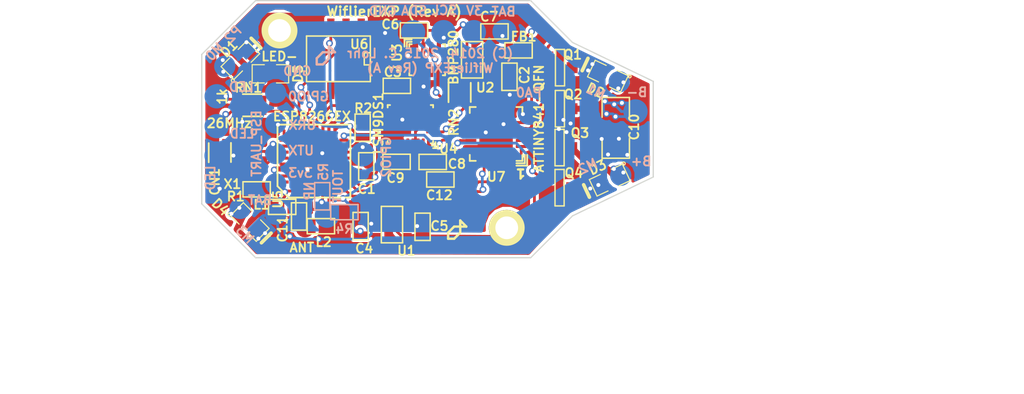
<source format=kicad_pcb>
(kicad_pcb (version 3) (host pcbnew "(2013-jul-07)-stable")
  (title_block (title Wiflier) (rev -))
  (layers (15 F.Cu signal hide) (0 B.Cu signal) (18 B.Paste user) (19 F.Paste user) (20 B.SilkS user) (21 F.SilkS user) (22 B.Mask user) (23 F.Mask user) (28 Edge.Cuts user))
  (net 0 "")
  (net 1 +3.3V)
  (net 2 +3.3VP)
  (net 3 +BATT)
  (net 4 AVRMISO)
  (net 5 AVRMOSI)
  (net 6 AVRRST)
  (net 7 AVRSCK)
  (net 8 GND)
  (net 9 GP5)
  (net 10 GPIO0)
  (net 11 GPIO2)
  (net 12 M0P)
  (net 13 M1P)
  (net 14 M2P)
  (net 15 M3P)
  (net 16 MTR0)
  (net 17 MTR1)
  (net 18 MTR2)
  (net 19 MTR3)
  (net 20 N-0000020)
  (net 21 N-0000021)
  (net 22 N-000003)
  (net 23 N-0000040)
  (net 24 N-0000041)
  (net 25 N-0000043)
  (net 26 N-0000044)
  (net 27 N-0000047)
  (net 28 N-0000048)
  (net 29 N-0000052)
  (net 30 N-0000053)
  (net 31 N-0000054)
  (net 32 N-0000055)
  (net 33 N-000006)
  (net 34 N-000007)
  (net 35 N-000008)
  (net 36 SCL)
  (net 37 SDA)
  (net 38 TOUT)
  (net 39 URX)
  (net 40 UTX)
  (net 41 VAA)
  (module QFN20 (layer F.Cu) (at 70.0532 60.3758 180)
    (fp_text reference U7 (at -0.0127 -3.5306 180) (layer F.SilkS) (effects (font (size 0.762 0.762) (thickness 0.1524))))
    (fp_text value ATTINY841-QFN (at -3.58648 1.34366 270) (layer F.SilkS) (effects (font (size 0.762 0.762) (thickness 0.1524))))
    (pad 21 smd rect (at 0 0 180) (size 2.75 2.75) (layers F.Cu F.Paste F.Mask) (net 8 GND))
    (pad 1 smd rect (at -2.1 -1 180) (size 0.9 0.25) (layers F.Cu F.Paste F.Mask) (net 7 AVRSCK))
    (pad 2 smd rect (at -2.1 -0.5 180) (size 0.9 0.25) (layers F.Cu F.Paste F.Mask) (net 18 MTR2))
    (pad 3 smd rect (at -2.1 0 180) (size 0.9 0.25) (layers F.Cu F.Paste F.Mask) (net 17 MTR1))
    (pad 4 smd rect (at -2.1 0.5 180) (size 0.9 0.25) (layers F.Cu F.Paste F.Mask) (net 16 MTR0))
    (pad 5 smd rect (at -2.1 1 180) (size 0.9 0.25) (layers F.Cu F.Paste F.Mask) (net 22 N-000003))
    (pad 6 smd rect (at -1 2.1 270) (size 0.9 0.25) (layers F.Cu F.Paste F.Mask))
    (pad 7 smd rect (at -0.5 2.1 270) (size 0.9 0.25) (layers F.Cu F.Paste F.Mask))
    (pad 8 smd rect (at 0 2.1 270) (size 0.9 0.25) (layers F.Cu F.Paste F.Mask) (net 8 GND))
    (pad 9 smd rect (at 0.5 2.1 270) (size 0.9 0.25) (layers F.Cu F.Paste F.Mask) (net 41 VAA))
    (pad 10 smd rect (at 1 2.1 270) (size 0.9 0.25) (layers F.Cu F.Paste F.Mask))
    (pad 11 smd rect (at 2.1 1) (size 0.9 0.25) (layers F.Cu F.Paste F.Mask) (net 37 SDA))
    (pad 12 smd rect (at 2.1 0.5) (size 0.9 0.25) (layers F.Cu F.Paste F.Mask) (net 36 SCL))
    (pad 13 smd rect (at 2.1 0) (size 0.9 0.25) (layers F.Cu F.Paste F.Mask) (net 6 AVRRST))
    (pad 14 smd rect (at 2.1 -0.5) (size 0.9 0.25) (layers F.Cu F.Paste F.Mask) (net 19 MTR3))
    (pad 15 smd rect (at 2.1 -1) (size 0.9 0.25) (layers F.Cu F.Paste F.Mask) (net 8 GND))
    (pad 16 smd rect (at 1 -2.1 90) (size 0.9 0.25) (layers F.Cu F.Paste F.Mask) (net 5 AVRMOSI))
    (pad 17 smd rect (at 0.5 -2.1 90) (size 0.9 0.25) (layers F.Cu F.Paste F.Mask))
    (pad 18 smd rect (at 0 -2.1 90) (size 0.9 0.25) (layers F.Cu F.Paste F.Mask))
    (pad 19 smd rect (at -0.5 -2.1 90) (size 0.9 0.25) (layers F.Cu F.Paste F.Mask))
    (pad 20 smd rect (at -1 -2.1 90) (size 0.9 0.25) (layers F.Cu F.Paste F.Mask) (net 4 AVRMISO))
  )
  (module XTAL4P (layer F.Cu) (at 50.31486 60.61456 270)
    (fp_text reference X1 (at 3.90144 2.30886 360) (layer F.SilkS) (effects (font (size 0.762 0.762) (thickness 0.1524))))
    (fp_text value 26MHz (at -1.18094 2.56752 360) (layer F.SilkS) (effects (font (size 0.762 0.762) (thickness 0.1524))))
    (pad 4 smd rect (at 0 0 270) (size 1.397 1.1938) (layers F.Cu F.Paste F.Mask) (net 8 GND))
    (pad 1 smd rect (at 0 1.7018 270) (size 1.397 1.1938) (layers F.Cu F.Paste F.Mask) (net 32 N-0000055))
    (pad 3 smd rect (at 2.286 1.7018 270) (size 1.397 1.1938) (layers F.Cu F.Paste F.Mask) (net 8 GND))
    (pad 2 smd rect (at 2.286 0 270) (size 1.397 1.1938) (layers F.Cu F.Paste F.Mask) (net 29 N-0000052))
  )
  (module SOT23GDS (layer F.Cu) (at 75.3872 58.2168 90)
    (fp_text reference Q2 (at 1.1938 1.1176 180) (layer F.SilkS) (effects (font (size 0.762 0.762) (thickness 0.1524))))
    (fp_text value 7A_20V hide)
    (pad S smd rect (at -0.889 -1.016 90) (size 0.9144 0.9144) (layers F.Cu F.Paste F.Mask) (net 8 GND))
    (pad G smd rect (at 0.889 -1.016 90) (size 0.9144 0.9144) (layers F.Cu F.Paste F.Mask) (net 17 MTR1))
    (pad D smd rect (at 0 1.016 90) (size 0.9144 0.9144) (layers F.Cu F.Paste F.Mask) (net 13 M1P))
  )
  (module SOT23GDS (layer F.Cu) (at 75.39736 54.78272 90)
    (fp_text reference Q1 (at 1.08712 1.06934 180) (layer F.SilkS) (effects (font (size 0.762 0.762) (thickness 0.1524))))
    (fp_text value 7A_20V hide)
    (pad S smd rect (at -0.889 -1.016 90) (size 0.9144 0.9144) (layers F.Cu F.Paste F.Mask) (net 8 GND))
    (pad G smd rect (at 0.889 -1.016 90) (size 0.9144 0.9144) (layers F.Cu F.Paste F.Mask) (net 16 MTR0))
    (pad D smd rect (at 0 1.016 90) (size 0.9144 0.9144) (layers F.Cu F.Paste F.Mask) (net 12 M0P))
  )
  (module SOT23GDS (layer F.Cu) (at 75.3618 61.468 90)
    (fp_text reference Q3 (at 1.2192 1.7018 180) (layer F.SilkS) (effects (font (size 0.762 0.762) (thickness 0.1524))))
    (fp_text value 7A_20V hide)
    (pad S smd rect (at -0.889 -1.016 90) (size 0.9144 0.9144) (layers F.Cu F.Paste F.Mask) (net 8 GND))
    (pad G smd rect (at 0.889 -1.016 90) (size 0.9144 0.9144) (layers F.Cu F.Paste F.Mask) (net 18 MTR2))
    (pad D smd rect (at 0 1.016 90) (size 0.9144 0.9144) (layers F.Cu F.Paste F.Mask) (net 14 M2P))
  )
  (module SOT23GDS (layer F.Cu) (at 75.3618 64.8208 90)
    (fp_text reference Q4 (at 1.2192 1.1938 180) (layer F.SilkS) (effects (font (size 0.762 0.762) (thickness 0.1524))))
    (fp_text value 7A_20V hide)
    (pad S smd rect (at -0.889 -1.016 90) (size 0.9144 0.9144) (layers F.Cu F.Paste F.Mask) (net 8 GND))
    (pad G smd rect (at 0.889 -1.016 90) (size 0.9144 0.9144) (layers F.Cu F.Paste F.Mask) (net 19 MTR3))
    (pad D smd rect (at 0 1.016 90) (size 0.9144 0.9144) (layers F.Cu F.Paste F.Mask) (net 15 M3P))
  )
  (module SOT23-5 (layer F.Cu) (at 68.0466 54.1274 90)
    (fp_text reference U2 (at -2.3241 1.09982 180) (layer F.SilkS) (effects (font (size 0.762 0.762) (thickness 0.1524))))
    (fp_text value MCP1824/3.0 hide)
    (pad 1 smd rect (at -0.9525 1.27 90) (size 0.508 0.762) (layers F.Cu F.Paste F.Mask) (net 41 VAA))
    (pad 3 smd rect (at 0.9525 1.27 90) (size 0.508 0.762) (layers F.Cu F.Paste F.Mask) (net 41 VAA))
    (pad 5 smd rect (at -0.9525 -1.27 90) (size 0.508 0.762) (layers F.Cu F.Paste F.Mask) (net 2 +3.3VP))
    (pad 2 smd rect (at 0 1.27 90) (size 0.508 0.762) (layers F.Cu F.Paste F.Mask) (net 8 GND))
    (pad 4 smd rect (at 0.9525 -1.27 90) (size 0.508 0.762) (layers F.Cu F.Paste F.Mask))
  )
  (module SOT23-5 (layer F.Cu) (at 61.34608 67.9069 90)
    (fp_text reference U1 (at -2.18186 1.21158 180) (layer F.SilkS) (effects (font (size 0.762 0.762) (thickness 0.1524))))
    (fp_text value MCP1824/3.3 hide)
    (pad 1 smd rect (at -0.9525 1.27 90) (size 0.508 0.762) (layers F.Cu F.Paste F.Mask) (net 3 +BATT))
    (pad 3 smd rect (at 0.9525 1.27 90) (size 0.508 0.762) (layers F.Cu F.Paste F.Mask) (net 3 +BATT))
    (pad 5 smd rect (at -0.9525 -1.27 90) (size 0.508 0.762) (layers F.Cu F.Paste F.Mask) (net 1 +3.3V))
    (pad 2 smd rect (at 0 1.27 90) (size 0.508 0.762) (layers F.Cu F.Paste F.Mask) (net 8 GND))
    (pad 4 smd rect (at 0.9525 -1.27 90) (size 0.508 0.762) (layers F.Cu F.Paste F.Mask))
  )
  (module SO8E (layer F.Cu) (at 56.8706 54.04358 180)
    (fp_text reference U6 (at -1.7421 1.2237 180) (layer F.SilkS) (effects (font (size 0.762 0.762) (thickness 0.1524))))
    (fp_text value W25Q16DV hide)
    (pad 8 smd rect (at -1.905 -2.667 180) (size 0.59944 1.39954) (layers F.Cu F.Paste F.Mask) (net 1 +3.3V))
    (pad 1 smd rect (at -1.905 2.667 180) (size 0.59944 1.39954) (layers F.Cu F.Paste F.Mask) (net 25 N-0000043))
    (pad 7 smd rect (at -0.635 -2.667 180) (size 0.59944 1.39954) (layers F.Cu F.Paste F.Mask) (net 31 N-0000054))
    (pad 6 smd rect (at 0.635 -2.667 180) (size 0.59944 1.39954) (layers F.Cu F.Paste F.Mask) (net 26 N-0000044))
    (pad 5 smd rect (at 1.905 -2.667 180) (size 0.59944 1.39954) (layers F.Cu F.Paste F.Mask) (net 28 N-0000048))
    (pad 2 smd rect (at -0.635 2.667 180) (size 0.59944 1.39954) (layers F.Cu F.Paste F.Mask) (net 27 N-0000047))
    (pad 3 smd rect (at 0.635 2.667 180) (size 0.59944 1.39954) (layers F.Cu F.Paste F.Mask) (net 30 N-0000053))
    (pad 4 smd rect (at 1.905 2.667 180) (size 0.59944 1.39954) (layers F.Cu F.Paste F.Mask) (net 8 GND))
  )
  (module SM1206 (layer F.Cu) (at 80.0608 59.817 90)
    (fp_text reference C10 (at 0.071 1.5352 90) (layer F.SilkS) (effects (font (size 0.762 0.762) (thickness 0.1524))))
    (fp_text value 100uF hide)
    (pad 1 smd rect (at -1.651 0 90) (size 1.524 2.032) (layers F.Cu F.Paste F.Mask) (net 3 +BATT))
    (pad 2 smd rect (at 1.651 0 90) (size 1.524 2.032) (layers F.Cu F.Paste F.Mask) (net 8 GND))
  )
  (module SM0603 (layer F.Cu) (at 55.40502 68.03898)
    (fp_text reference L2 (at 0.22606 1.33096) (layer F.SilkS) (effects (font (size 0.762 0.762) (thickness 0.1524))))
    (fp_text value NP hide)
    (pad 1 smd rect (at -0.762 0) (size 0.635 1.143) (layers F.Cu F.Paste F.Mask) (net 21 N-0000021))
    (pad 2 smd rect (at 0.762 0) (size 0.635 1.143) (layers F.Cu F.Paste F.Mask) (net 8 GND))
  )
  (module SM0603 (layer F.Cu) (at 64.75476 62.66688 180)
    (fp_text reference C8 (at -2.0193 -0.1651 180) (layer F.SilkS) (effects (font (size 0.762 0.762) (thickness 0.1524))))
    (fp_text value .1u hide)
    (pad 1 smd rect (at -0.762 0 180) (size 0.635 1.143) (layers F.Cu F.Paste F.Mask) (net 8 GND))
    (pad 2 smd rect (at 0.762 0 180) (size 0.635 1.143) (layers F.Cu F.Paste F.Mask) (net 34 N-000007))
  )
  (module SM0603 (layer F.Cu) (at 61.73216 62.65672)
    (fp_text reference C9 (at -0.0889 1.35128) (layer F.SilkS) (effects (font (size 0.762 0.762) (thickness 0.1524))))
    (fp_text value 10nF hide)
    (pad 1 smd rect (at -0.762 0) (size 0.635 1.143) (layers F.Cu F.Paste F.Mask) (net 8 GND))
    (pad 2 smd rect (at 0.762 0) (size 0.635 1.143) (layers F.Cu F.Paste F.Mask) (net 35 N-000008))
  )
  (module SM0603 (layer F.Cu) (at 63.19012 51.66868 180)
    (fp_text reference C6 (at 1.97104 0.508 180) (layer F.SilkS) (effects (font (size 0.762 0.762) (thickness 0.1524))))
    (fp_text value .1u hide)
    (pad 1 smd rect (at -0.762 0 180) (size 0.635 1.143) (layers F.Cu F.Paste F.Mask) (net 2 +3.3VP))
    (pad 2 smd rect (at 0.762 0 180) (size 0.635 1.143) (layers F.Cu F.Paste F.Mask) (net 8 GND))
  )
  (module SM0603 (layer F.Cu) (at 61.75756 56.30418 180)
    (fp_text reference C3 (at 0.33274 1.15062 180) (layer F.SilkS) (effects (font (size 0.762 0.762) (thickness 0.1524))))
    (fp_text value 10uF hide)
    (pad 1 smd rect (at -0.762 0 180) (size 0.635 1.143) (layers F.Cu F.Paste F.Mask) (net 2 +3.3VP))
    (pad 2 smd rect (at 0.762 0 180) (size 0.635 1.143) (layers F.Cu F.Paste F.Mask) (net 8 GND))
  )
  (module SM0603 (layer F.Cu) (at 52.16652 66.42354 180)
    (fp_text reference L1 (at 1.72466 0.18542 180) (layer F.SilkS) (effects (font (size 0.762 0.762) (thickness 0.1524))))
    (fp_text value NP hide)
    (pad 1 smd rect (at -0.762 0 180) (size 0.635 1.143) (layers F.Cu F.Paste F.Mask) (net 20 N-0000020))
    (pad 2 smd rect (at 0.762 0 180) (size 0.635 1.143) (layers F.Cu F.Paste F.Mask) (net 8 GND))
  )
  (module SM0603 (layer F.Cu) (at 59.19978 63.03772 90)
    (fp_text reference C1 (at -1.89484 0.04318 180) (layer F.SilkS) (effects (font (size 0.762 0.762) (thickness 0.1524))))
    (fp_text value 10uF hide)
    (pad 1 smd rect (at -0.762 0 90) (size 0.635 1.143) (layers F.Cu F.Paste F.Mask) (net 1 +3.3V))
    (pad 2 smd rect (at 0.762 0 90) (size 0.635 1.143) (layers F.Cu F.Paste F.Mask) (net 8 GND))
  )
  (module SM0603 (layer F.Cu) (at 71.17334 55.54472 270)
    (fp_text reference C2 (at -0.14224 -1.26238 270) (layer F.SilkS) (effects (font (size 0.762 0.762) (thickness 0.1524))))
    (fp_text value 10uF hide)
    (pad 1 smd rect (at -0.762 0 270) (size 0.635 1.143) (layers F.Cu F.Paste F.Mask) (net 41 VAA))
    (pad 2 smd rect (at 0.762 0 270) (size 0.635 1.143) (layers F.Cu F.Paste F.Mask) (net 8 GND))
  )
  (module SM0603 (layer F.Cu) (at 53.57622 67.22364 270)
    (fp_text reference C11 (at 1.05918 1.3716 270) (layer F.SilkS) (effects (font (size 0.762 0.762) (thickness 0.1524))))
    (fp_text value 5.6pF hide)
    (pad 1 smd rect (at -0.762 0 270) (size 0.635 1.143) (layers F.Cu F.Paste F.Mask) (net 20 N-0000020))
    (pad 2 smd rect (at 0.762 0 270) (size 0.635 1.143) (layers F.Cu F.Paste F.Mask) (net 21 N-0000021))
  )
  (module QFN32 (layer F.Cu) (at 54.8237 62.5972 90)
    (fp_text reference U5 (at -3.19388 -3.01024 90) (layer F.SilkS) (effects (font (size 0.762 0.762) (thickness 0.1524))))
    (fp_text value ESP8266EX (at 3.74032 -0.17306 180) (layer F.SilkS) (effects (font (size 0.762 0.762) (thickness 0.1524))))
    (pad 31 smd rect (at -1.24968 -2.49936 90) (size 0.254 0.762) (layers F.Cu F.Paste F.Mask) (net 24 N-0000041))
    (pad 30 smd rect (at -0.7493 -2.49936 90) (size 0.254 0.762) (layers F.Cu F.Paste F.Mask) (net 1 +3.3V))
    (pad 29 smd rect (at -0.24892 -2.49936 90) (size 0.254 0.762) (layers F.Cu F.Paste F.Mask) (net 1 +3.3V))
    (pad 32 smd rect (at -1.75006 -2.49936 90) (size 0.254 0.762) (layers F.Cu F.Paste F.Mask))
    (pad 1 smd rect (at -2.49936 -1.75006 180) (size 0.254 0.762) (layers F.Cu F.Paste F.Mask) (net 1 +3.3V))
    (pad 2 smd rect (at -2.49936 -1.24968 180) (size 0.254 0.762) (layers F.Cu F.Paste F.Mask) (net 20 N-0000020))
    (pad 3 smd rect (at -2.49936 -0.7493 180) (size 0.254 0.762) (layers F.Cu F.Paste F.Mask) (net 1 +3.3V))
    (pad 4 smd rect (at -2.49936 -0.24892 180) (size 0.254 0.762) (layers F.Cu F.Paste F.Mask) (net 1 +3.3V))
    (pad 5 smd rect (at -2.49936 0.24892 180) (size 0.254 0.762) (layers F.Cu F.Paste F.Mask))
    (pad 6 smd rect (at -2.49936 0.7493 180) (size 0.254 0.762) (layers F.Cu F.Paste F.Mask) (net 38 TOUT))
    (pad 7 smd rect (at -2.49936 1.24968 180) (size 0.254 0.762) (layers F.Cu F.Paste F.Mask) (net 1 +3.3V))
    (pad 8 smd rect (at -2.49936 1.75006 180) (size 0.254 0.762) (layers F.Cu F.Paste F.Mask) (net 7 AVRSCK))
    (pad 16 smd rect (at 1.75006 2.49936 90) (size 0.254 0.762) (layers F.Cu F.Paste F.Mask) (net 6 AVRRST))
    (pad 9 smd rect (at -1.75006 2.49936 90) (size 0.254 0.762) (layers F.Cu F.Paste F.Mask) (net 5 AVRMOSI))
    (pad 10 smd rect (at -1.24968 2.49936 90) (size 0.254 0.762) (layers F.Cu F.Paste F.Mask) (net 4 AVRMISO))
    (pad 11 smd rect (at -0.7493 2.49936 90) (size 0.254 0.762) (layers F.Cu F.Paste F.Mask) (net 1 +3.3V))
    (pad 12 smd rect (at -0.24892 2.49936 90) (size 0.254 0.762) (layers F.Cu F.Paste F.Mask) (net 1 +3.3V))
    (pad 13 smd rect (at 0.24892 2.49936 90) (size 0.254 0.762) (layers F.Cu F.Paste F.Mask) (net 8 GND))
    (pad 14 smd rect (at 0.7493 2.49936 90) (size 0.254 0.762) (layers F.Cu F.Paste F.Mask) (net 11 GPIO2))
    (pad 15 smd rect (at 1.24968 2.49936 90) (size 0.254 0.762) (layers F.Cu F.Paste F.Mask) (net 10 GPIO0))
    (pad 17 smd rect (at 2.49936 1.75006 180) (size 0.254 0.762) (layers F.Cu F.Paste F.Mask) (net 1 +3.3V))
    (pad 18 smd rect (at 2.49936 1.24968 180) (size 0.254 0.762) (layers F.Cu F.Paste F.Mask) (net 31 N-0000054))
    (pad 19 smd rect (at 2.49936 0.7493 180) (size 0.254 0.762) (layers F.Cu F.Paste F.Mask) (net 30 N-0000053))
    (pad 20 smd rect (at 2.49936 0.24892 180) (size 0.254 0.762) (layers F.Cu F.Paste F.Mask) (net 25 N-0000043))
    (pad 21 smd rect (at 2.49936 -0.24892 180) (size 0.254 0.762) (layers F.Cu F.Paste F.Mask) (net 26 N-0000044))
    (pad 22 smd rect (at 2.49936 -0.7493 180) (size 0.254 0.762) (layers F.Cu F.Paste F.Mask) (net 27 N-0000047))
    (pad 23 smd rect (at 2.49936 -1.24968 180) (size 0.254 0.762) (layers F.Cu F.Paste F.Mask) (net 28 N-0000048))
    (pad 24 smd rect (at 2.49936 -1.75006 180) (size 0.254 0.762) (layers F.Cu F.Paste F.Mask) (net 9 GP5))
    (pad 25 smd rect (at 1.75006 -2.49936 90) (size 0.254 0.762) (layers F.Cu F.Paste F.Mask) (net 39 URX))
    (pad 26 smd rect (at 1.24968 -2.49936 90) (size 0.254 0.762) (layers F.Cu F.Paste F.Mask) (net 40 UTX))
    (pad 27 smd rect (at 0.7493 -2.49936 90) (size 0.254 0.762) (layers F.Cu F.Paste F.Mask) (net 32 N-0000055))
    (pad 28 smd rect (at 0.24892 -2.49936 90) (size 0.254 0.762) (layers F.Cu F.Paste F.Mask) (net 29 N-0000052))
    (pad 33 smd rect (at 0 0 90) (size 2.99974 2.99974) (layers F.Cu F.Paste F.Mask) (net 8 GND))
  )
  (module NETWORK0606 (layer F.Cu) (at 46.95444 61.89472 90)
    (fp_text reference CN1 (at -2.42824 -0.4191 90) (layer F.SilkS) (effects (font (size 0.762 0.762) (thickness 0.1524))))
    (fp_text value 10p hide)
    (pad 1 smd rect (at -0.8 -0.5 90) (size 0.7 0.6) (layers F.Cu F.Paste F.Mask) (net 29 N-0000052))
    (pad 2 smd rect (at 0.8 -0.5 90) (size 0.7 0.6) (layers F.Cu F.Paste F.Mask) (net 8 GND))
    (pad 3 smd rect (at -0.8 0.5 90) (size 0.7 0.6) (layers F.Cu F.Paste F.Mask) (net 8 GND))
    (pad 4 smd rect (at 0.8 0.5 90) (size 0.7 0.6) (layers F.Cu F.Paste F.Mask) (net 32 N-0000055))
  )
  (module SMT_1x6 (layer B.Cu) (at 51.6255 60.6933 270)
    (fp_text reference P32 hide)
    (fp_text value ESP_UART (at 0.43434 1.61036 270) (layer B.SilkS) (effects (font (size 0.762 0.762) (thickness 0.1524)) (justify mirror)))
    (pad 1 smd rect (at -6.35 0 270) (size 1.778 1.778) (layers B.Cu B.Paste B.Mask) (net 8 GND))
    (pad 2 smd circle (at -3.81 0 270) (size 1.778 1.778) (layers B.Cu B.Paste B.Mask) (net 10 GPIO0))
    (pad 3 smd circle (at -1.27 0 270) (size 1.778 1.778) (layers B.Cu B.Paste B.Mask) (net 39 URX))
    (pad 4 smd circle (at 1.27 0 270) (size 1.778 1.778) (layers B.Cu B.Paste B.Mask) (net 40 UTX))
    (pad 5 smd circle (at 3.81 0 270) (size 1.778 1.778) (layers B.Cu B.Paste B.Mask) (net 1 +3.3V))
    (pad 6 smd circle (at 6.35 0 270) (size 1.778 1.778) (layers B.Cu B.Paste B.Mask) (net 3 +BATT))
  )
  (module .1SMTPIN (layer F.Cu) (at 54.08168 68.21424)
    (fp_text reference P6 hide)
    (fp_text value ANT (at -0.26924 1.60782) (layer F.SilkS) (effects (font (size 0.762 0.762) (thickness 0.1524))))
    (pad 1 smd circle (at 0 0) (size 1.524 1.524) (layers F.Cu F.Paste F.Mask) (net 21 N-0000021))
  )
  (module SMT_1x2 (layer B.Cu) (at 48.26508 53.76672 225)
    (fp_text reference P2 (at -1.099183 1.390144 225) (layer B.SilkS) (effects (font (size 0.762 0.762) (thickness 0.1524)) (justify mirror)))
    (fp_text value M0 (at 1.003993 1.438637 225) (layer B.SilkS) (effects (font (size 0.762 0.762) (thickness 0.1524)) (justify mirror)))
    (pad 1 smd rect (at -1.27 0 225) (size 1.778 1.778) (layers B.Cu B.Paste B.Mask) (net 3 +BATT))
    (pad 2 smd circle (at 1.27 0 225) (size 1.778 1.778) (layers B.Cu B.Paste B.Mask) (net 12 M0P))
  )
  (module SMT_1x2 (layer B.Cu) (at 79.194 55.426 335)
    (fp_text reference P3 hide)
    (fp_text value M1 (at -0.155436 1.582343 335) (layer B.SilkS) (effects (font (size 0.762 0.762) (thickness 0.1524)) (justify mirror)))
    (pad 1 smd rect (at -1.27 0 335) (size 1.778 1.778) (layers B.Cu B.Paste B.Mask) (net 3 +BATT))
    (pad 2 smd circle (at 1.27 0 335) (size 1.778 1.778) (layers B.Cu B.Paste B.Mask) (net 13 M1P))
  )
  (module SMT_1x2 (layer B.Cu) (at 79.3242 64.3128 25)
    (fp_text reference P4 hide)
    (fp_text value M2 (at -0.913549 -1.827285 25) (layer B.SilkS) (effects (font (size 0.762 0.762) (thickness 0.1524)) (justify mirror)))
    (pad 1 smd rect (at -1.27 0 25) (size 1.778 1.778) (layers B.Cu B.Paste B.Mask) (net 3 +BATT))
    (pad 2 smd circle (at 1.27 0 25) (size 1.778 1.778) (layers B.Cu B.Paste B.Mask) (net 14 M2P))
  )
  (module SMT_1x2 (layer B.Cu) (at 49.55032 67.4497 135)
    (fp_text reference P5 hide)
    (fp_text value M3 (at -0.562164 -1.269808 135) (layer B.SilkS) (effects (font (size 0.762 0.762) (thickness 0.1524)) (justify mirror)))
    (pad 1 smd rect (at -1.27 0 135) (size 1.778 1.778) (layers B.Cu B.Paste B.Mask) (net 3 +BATT))
    (pad 2 smd circle (at 1.27 0 135) (size 1.778 1.778) (layers B.Cu B.Paste B.Mask) (net 15 M3P))
  )
  (module .1SMTPIN (layer B.Cu) (at 81.7118 58.4454)
    (fp_text reference P24 hide)
    (fp_text value B- (at 0.12192 -1.61036) (layer B.SilkS) (effects (font (size 0.762 0.762) (thickness 0.1524)) (justify mirror)))
    (pad 1 smd circle (at 0 0) (size 2.032 2.032) (layers B.Cu B.Paste B.Mask) (net 8 GND))
  )
  (module .1SMTPIN (layer B.Cu) (at 81.6102 61.1124)
    (fp_text reference P21 hide)
    (fp_text value B+ (at 0.57912 1.50114) (layer B.SilkS) (effects (font (size 0.762 0.762) (thickness 0.1524)) (justify mirror)))
    (pad 1 smd circle (at 0 0) (size 2.032 2.032) (layers B.Cu B.Paste B.Mask) (net 3 +BATT))
  )
  (module .1SMTPIN (layer B.Cu) (at 58.88736 62.03188)
    (fp_text reference P1 hide)
    (fp_text value GPIO2 (at 1.97358 0.21844 90) (layer B.SilkS) (effects (font (size 0.762 0.762) (thickness 0.1524)) (justify mirror)))
    (pad 1 smd circle (at 0 0) (size 2.032 2.032) (layers B.Cu B.Paste B.Mask) (net 11 GPIO2))
  )
  (module HOLE-1.9MM (layer F.Cu) (at 51.944 51.676)
    (fp_text reference P7 hide)
    (fp_text value ~ hide)
    (pad 1 thru_hole circle (at 0 0) (size 3 3) (drill 1.9) (layers *.Cu *.Mask F.SilkS) (net 8 GND))
  )
  (module HOLE-1.9MM (layer F.Cu) (at 70.944 68.176)
    (fp_text reference P8 hide)
    (fp_text value ~ hide)
    (pad 1 thru_hole circle (at 0 0) (size 3 3) (drill 1.9) (layers *.Cu *.Mask F.SilkS) (net 3 +BATT))
  )
  (module SM0603 (layer F.Cu) (at 58.72734 68.03136 90)
    (fp_text reference C4 (at -1.867966 0.298197 180) (layer F.SilkS) (effects (font (size 0.762 0.762) (thickness 0.1524))))
    (fp_text value 1uF hide)
    (pad 1 smd rect (at -0.762 0 90) (size 0.635 1.143) (layers F.Cu F.Paste F.Mask) (net 1 +3.3V))
    (pad 2 smd rect (at 0.762 0 90) (size 0.635 1.143) (layers F.Cu F.Paste F.Mask) (net 8 GND))
  )
  (module .1SMTPIN (layer B.Cu) (at 63.119 51.816)
    (fp_text reference P9 hide)
    (fp_text value SDA (at 0.0762 -1.778) (layer B.SilkS) (effects (font (size 0.762 0.762) (thickness 0.1524)) (justify mirror)))
    (pad 1 smd circle (at 0 0) (size 2.032 2.032) (layers B.Cu B.Paste B.Mask) (net 37 SDA))
  )
  (module .1SMTPIN (layer B.Cu) (at 65.659 51.816)
    (fp_text reference P10 hide)
    (fp_text value SCL (at 0.0762 -1.8288) (layer B.SilkS) (effects (font (size 0.762 0.762) (thickness 0.1524)) (justify mirror)))
    (pad 1 smd circle (at 0 0) (size 2.032 2.032) (layers B.Cu B.Paste B.Mask) (net 36 SCL))
  )
  (module SM0603 (layer F.Cu) (at 50.03292 64.9605)
    (fp_text reference R1 (at -1.74752 0.5969) (layer F.SilkS) (effects (font (size 0.762 0.762) (thickness 0.1524))))
    (fp_text value 12k hide)
    (pad 1 smd rect (at -0.762 0) (size 0.635 1.143) (layers F.Cu F.Paste F.Mask) (net 8 GND))
    (pad 2 smd rect (at 0.762 0) (size 0.635 1.143) (layers F.Cu F.Paste F.Mask) (net 24 N-0000041))
  )
  (module SM0603 (layer F.Cu) (at 58.8964 59.8044 90)
    (fp_text reference R2 (at 1.6284 0.0476 180) (layer F.SilkS) (effects (font (size 0.762 0.762) (thickness 0.1524))))
    (fp_text value 12k hide)
    (pad 1 smd rect (at -0.762 0 90) (size 0.635 1.143) (layers F.Cu F.Paste F.Mask) (net 10 GPIO0))
    (pad 2 smd rect (at 0.762 0 90) (size 0.635 1.143) (layers F.Cu F.Paste F.Mask) (net 1 +3.3V))
  )
  (module .1SMTPIN (layer B.Cu) (at 68.199 51.816)
    (fp_text reference P11 hide)
    (fp_text value 3V (at 0.0508 -1.778) (layer B.SilkS) (effects (font (size 0.762 0.762) (thickness 0.1524)) (justify mirror)))
    (pad 1 smd circle (at 0 0) (size 2.032 2.032) (layers B.Cu B.Paste B.Mask) (net 2 +3.3VP))
  )
  (module .1SMTPIN (layer B.Cu) (at 60.579 51.816)
    (fp_text reference P12 hide)
    (fp_text value GND (at 0 -1.7526) (layer B.SilkS) (effects (font (size 0.762 0.762) (thickness 0.1524)) (justify mirror)))
    (pad 1 smd circle (at 0 0) (size 2.032 2.032) (layers B.Cu B.Paste B.Mask) (net 8 GND))
  )
  (module NETWORK0606 (layer F.Cu) (at 49.694 57.926 180)
    (fp_text reference RN1 (at 0.3418 1.4618 180) (layer F.SilkS) (effects (font (size 0.762 0.762) (thickness 0.1524))))
    (fp_text value 1k (at 2.54144 0.72774 270) (layer F.SilkS) (effects (font (size 0.762 0.762) (thickness 0.1524))))
    (pad 1 smd rect (at -0.8 -0.5 180) (size 0.7 0.6) (layers F.Cu F.Paste F.Mask) (net 9 GP5))
    (pad 2 smd rect (at 0.8 -0.5 180) (size 0.7 0.6) (layers F.Cu F.Paste F.Mask) (net 33 N-000006))
    (pad 3 smd rect (at -0.8 0.5 180) (size 0.7 0.6) (layers F.Cu F.Paste F.Mask) (net 9 GP5))
    (pad 4 smd rect (at 0.8 0.5 180) (size 0.7 0.6) (layers F.Cu F.Paste F.Mask) (net 23 N-0000040))
  )
  (module .1SMTPIN (layer B.Cu) (at 46.694 59.676)
    (fp_text reference P13 hide)
    (fp_text value LED (at 2.11718 0.62614) (layer B.SilkS) (effects (font (size 0.762 0.762) (thickness 0.1524)) (justify mirror)))
    (pad 1 smd circle (at 0 0) (size 2.032 2.032) (layers B.Cu B.Paste B.Mask) (net 33 N-000006))
  )
  (module .1SMTPIN (layer B.Cu) (at 46.694 57.176)
    (fp_text reference P14 hide)
    (fp_text value LED (at 2.05876 -0.78292) (layer B.SilkS) (effects (font (size 0.762 0.762) (thickness 0.1524)) (justify mirror)))
    (pad 1 smd circle (at 0 0) (size 2.032 2.032) (layers B.Cu B.Paste B.Mask) (net 23 N-0000040))
  )
  (module .1SMTPIN (layer B.Cu) (at 46.68266 62.13348)
    (fp_text reference P15 hide)
    (fp_text value LED (at -0.51308 1.87198 90) (layer B.SilkS) (effects (font (size 0.762 0.762) (thickness 0.1524)) (justify mirror)))
    (pad 1 smd circle (at 0 0) (size 2.032 2.032) (layers B.Cu B.Paste B.Mask) (net 8 GND))
  )
  (module .1SMTPIN (layer B.Cu) (at 70.75678 51.76774)
    (fp_text reference P16 hide)
    (fp_text value BAT (at -0.07112 -1.67132) (layer B.SilkS) (effects (font (size 0.762 0.762) (thickness 0.1524)) (justify mirror)))
    (pad 1 smd circle (at 0 0) (size 2.032 2.032) (layers B.Cu B.Paste B.Mask) (net 41 VAA))
  )
  (module LGA-24B (layer F.Cu) (at 62.88786 59.50966 180)
    (fp_text reference U4 (at -3.18262 -2.06248 180) (layer F.SilkS) (effects (font (size 0.762 0.762) (thickness 0.1524))))
    (fp_text value LSM9DS1 (at 2.67462 0.07366 270) (layer F.SilkS) (effects (font (size 0.762 0.762) (thickness 0.1524))))
    (pad 1 smd rect (at -1.505 -1.65 270) (size 0.9 0.23) (layers F.Cu F.Paste F.Mask) (net 2 +3.3VP))
    (pad 2 smd rect (at -1.778 -0.645 180) (size 0.9 0.23) (layers F.Cu F.Paste F.Mask) (net 36 SCL))
    (pad 3 smd rect (at -1.778 -0.215 180) (size 0.9 0.23) (layers F.Cu F.Paste F.Mask) (net 2 +3.3VP))
    (pad 4 smd rect (at -1.778 0.215 180) (size 0.9 0.23) (layers F.Cu F.Paste F.Mask) (net 37 SDA))
    (pad 5 smd rect (at -1.778 0.645 180) (size 0.9 0.23) (layers F.Cu F.Paste F.Mask) (net 8 GND))
    (pad 6 smd rect (at -1.505 1.65 270) (size 0.9 0.23) (layers F.Cu F.Paste F.Mask) (net 8 GND))
    (pad 7 smd rect (at -1.075 1.65 270) (size 0.9 0.23) (layers F.Cu F.Paste F.Mask) (net 2 +3.3VP))
    (pad 8 smd rect (at -0.645 1.65 270) (size 0.9 0.23) (layers F.Cu F.Paste F.Mask) (net 2 +3.3VP))
    (pad 9 smd rect (at -0.215 1.65 270) (size 0.9 0.23) (layers F.Cu F.Paste F.Mask))
    (pad 10 smd rect (at 0.215 1.65 270) (size 0.9 0.23) (layers F.Cu F.Paste F.Mask))
    (pad 11 smd rect (at 0.645 1.65 270) (size 0.9 0.23) (layers F.Cu F.Paste F.Mask))
    (pad 12 smd rect (at 1.075 1.65 270) (size 0.9 0.23) (layers F.Cu F.Paste F.Mask))
    (pad 13 smd rect (at 1.505 1.65 270) (size 0.9 0.23) (layers F.Cu F.Paste F.Mask) (net 8 GND))
    (pad 14 smd rect (at 1.778 0.645 180) (size 0.9 0.23) (layers F.Cu F.Paste F.Mask) (net 8 GND))
    (pad 15 smd rect (at 1.778 0.215 180) (size 0.9 0.23) (layers F.Cu F.Paste F.Mask) (net 8 GND))
    (pad 16 smd rect (at 1.778 -0.215 180) (size 0.9 0.23) (layers F.Cu F.Paste F.Mask) (net 8 GND))
    (pad 17 smd rect (at 1.778 -0.645 180) (size 0.9 0.23) (layers F.Cu F.Paste F.Mask) (net 8 GND))
    (pad 18 smd rect (at 1.505 -1.65 270) (size 0.9 0.23) (layers F.Cu F.Paste F.Mask) (net 8 GND))
    (pad 19 smd rect (at 1.075 -1.65 270) (size 0.9 0.23) (layers F.Cu F.Paste F.Mask) (net 8 GND))
    (pad 20 smd rect (at 0.645 -1.65 270) (size 0.9 0.23) (layers F.Cu F.Paste F.Mask) (net 8 GND))
    (pad 21 smd rect (at 0.215 -1.65 270) (size 0.9 0.23) (layers F.Cu F.Paste F.Mask) (net 35 N-000008))
    (pad 22 smd rect (at -0.215 -1.65 270) (size 0.9 0.23) (layers F.Cu F.Paste F.Mask) (net 2 +3.3VP))
    (pad 23 smd rect (at -0.645 -1.65 270) (size 0.9 0.23) (layers F.Cu F.Paste F.Mask) (net 2 +3.3VP))
    (pad 24 smd rect (at -1.075 -1.65 270) (size 0.9 0.23) (layers F.Cu F.Paste F.Mask) (net 34 N-000007))
  )
  (module SM0603 (layer B.Cu) (at 57.36844 66.8655 180)
    (fp_text reference R4 (at -0.01016 -1.40716 180) (layer B.SilkS) (effects (font (size 0.762 0.762) (thickness 0.1524)) (justify mirror)))
    (fp_text value 12k hide)
    (pad 1 smd rect (at -0.762 0 180) (size 0.635 1.143) (layers B.Cu B.Paste B.Mask) (net 1 +3.3V))
    (pad 2 smd rect (at 0.762 0 180) (size 0.635 1.143) (layers B.Cu B.Paste B.Mask) (net 38 TOUT))
  )
  (module SM0603 (layer B.Cu) (at 55.51678 65.53962 90)
    (fp_text reference R5 (at 2.04724 0.09144 90) (layer B.SilkS) (effects (font (size 0.762 0.762) (thickness 0.1524)) (justify mirror)))
    (fp_text value NP (at 0.4445 -1.09728 90) (layer B.SilkS) (effects (font (size 0.762 0.762) (thickness 0.1524)) (justify mirror)))
    (pad 1 smd rect (at -0.762 0 90) (size 0.635 1.143) (layers B.Cu B.Paste B.Mask) (net 38 TOUT))
    (pad 2 smd rect (at 0.762 0 90) (size 0.635 1.143) (layers B.Cu B.Paste B.Mask) (net 8 GND))
  )
  (module .1SMTPIN (layer B.Cu) (at 55.9054 67.16268)
    (fp_text reference P17 hide)
    (fp_text value TOUT (at 0.92456 -2.44602 90) (layer B.SilkS) (effects (font (size 0.762 0.762) (thickness 0.1524)) (justify mirror)))
    (pad 1 smd circle (at 0 0) (size 2.032 2.032) (layers B.Cu B.Paste B.Mask) (net 38 TOUT))
  )
  (module SM0805 (layer F.Cu) (at 48.66894 54.15534 45)
    (fp_text reference D1 (at 0 -1.347038 45) (layer F.SilkS) (effects (font (size 0.762 0.762) (thickness 0.1524))))
    (fp_text value 20V_500mA hide)
    (pad 1 smd rect (at -0.9525 0 45) (size 0.889 1.397) (layers F.Cu F.Paste F.Mask) (net 12 M0P))
    (pad 2 smd rect (at 0.9525 0 45) (size 0.889 1.397) (layers F.Cu F.Paste F.Mask) (net 3 +BATT))
  )
  (module SM0805 (layer F.Cu) (at 79.4004 55.499 155)
    (fp_text reference D2 (at 0.431483 -1.526824 155) (layer F.SilkS) (effects (font (size 0.762 0.762) (thickness 0.1524))))
    (fp_text value 20V_500mA hide)
    (pad 1 smd rect (at -0.9525 0 155) (size 0.889 1.397) (layers F.Cu F.Paste F.Mask) (net 13 M1P))
    (pad 2 smd rect (at 0.9525 0 155) (size 0.889 1.397) (layers F.Cu F.Paste F.Mask) (net 3 +BATT))
  )
  (module SM0805 (layer F.Cu) (at 79.5528 64.1858 205)
    (fp_text reference D3 (at 0.469804 1.390552 205) (layer F.SilkS) (effects (font (size 0.762 0.762) (thickness 0.1524))))
    (fp_text value 20V_500mA hide)
    (pad 1 smd rect (at -0.9525 0 205) (size 0.889 1.397) (layers F.Cu F.Paste F.Mask) (net 14 M2P))
    (pad 2 smd rect (at 0.9525 0 205) (size 0.889 1.397) (layers F.Cu F.Paste F.Mask) (net 3 +BATT))
  )
  (module SM0805 (layer F.Cu) (at 49.46142 67.68846 315)
    (fp_text reference D4 (at -2.620439 0.860309 315) (layer F.SilkS) (effects (font (size 0.762 0.762) (thickness 0.1524))))
    (fp_text value 20V_500mA hide)
    (pad 1 smd rect (at -0.9525 0 315) (size 0.889 1.397) (layers F.Cu F.Paste F.Mask) (net 15 M3P))
    (pad 2 smd rect (at 0.9525 0 315) (size 0.889 1.397) (layers F.Cu F.Paste F.Mask) (net 3 +BATT))
  )
  (module SM0805 (layer F.Cu) (at 51.18354 55.29834)
    (fp_text reference D5 (at 2.30886 -0.00254 90) (layer F.SilkS) (effects (font (size 0.762 0.762) (thickness 0.1524))))
    (fp_text value LED- (at 0.75946 -1.45034) (layer F.SilkS) (effects (font (size 0.762 0.762) (thickness 0.1524))))
    (pad 1 smd rect (at -0.9525 0) (size 0.889 1.397) (layers F.Cu F.Paste F.Mask) (net 23 N-0000040))
    (pad 2 smd rect (at 0.9525 0) (size 0.889 1.397) (layers F.Cu F.Paste F.Mask) (net 8 GND))
  )
  (module SM0603 (layer F.Cu) (at 65.3923 64.135)
    (fp_text reference C12 (at -0.08636 1.31318) (layer F.SilkS) (effects (font (size 0.762 0.762) (thickness 0.1524))))
    (fp_text value .1u hide)
    (pad 1 smd rect (at -0.762 0) (size 0.635 1.143) (layers F.Cu F.Paste F.Mask) (net 2 +3.3VP))
    (pad 2 smd rect (at 0.762 0) (size 0.635 1.143) (layers F.Cu F.Paste F.Mask) (net 8 GND))
  )
  (module NETWORK0606 (layer F.Cu) (at 67.0052 56.8706 90)
    (fp_text reference RN2 (at -2.4892 -0.4826 90) (layer F.SilkS) (effects (font (size 0.762 0.762) (thickness 0.1524))))
    (fp_text value 1k hide)
    (pad 1 smd rect (at -0.8 -0.5 90) (size 0.7 0.6) (layers F.Cu F.Paste F.Mask) (net 37 SDA))
    (pad 2 smd rect (at 0.8 -0.5 90) (size 0.7 0.6) (layers F.Cu F.Paste F.Mask) (net 2 +3.3VP))
    (pad 3 smd rect (at -0.8 0.5 90) (size 0.7 0.6) (layers F.Cu F.Paste F.Mask) (net 36 SCL))
    (pad 4 smd rect (at 0.8 0.5 90) (size 0.7 0.6) (layers F.Cu F.Paste F.Mask) (net 2 +3.3VP))
  )
  (module BMP280 (layer F.Cu) (at 64.29502 54.12232 90)
    (fp_text reference U3 (at 0.58674 -2.5273 90) (layer F.SilkS) (effects (font (size 0.762 0.762) (thickness 0.1524))))
    (fp_text value BMP280 (at 0.2 2.2 90) (layer F.SilkS) (effects (font (size 0.762 0.762) (thickness 0.1524))))
    (pad 1 smd rect (at 1 -0.975 90) (size 0.9 0.35) (layers F.Cu F.Paste F.Mask) (net 8 GND))
    (pad 2 smd rect (at 1 -0.325 90) (size 0.9 0.35) (layers F.Cu F.Paste F.Mask) (net 2 +3.3VP))
    (pad 3 smd rect (at 1 0.325 90) (size 0.9 0.35) (layers F.Cu F.Paste F.Mask) (net 37 SDA))
    (pad 4 smd rect (at 1 0.975 90) (size 0.9 0.35) (layers F.Cu F.Paste F.Mask) (net 36 SCL))
    (pad 5 smd rect (at -1 0.975 90) (size 0.9 0.35) (layers F.Cu F.Paste F.Mask) (net 8 GND))
    (pad 6 smd rect (at -1 0.325 90) (size 0.9 0.35) (layers F.Cu F.Paste F.Mask) (net 2 +3.3VP))
    (pad 7 smd rect (at -1 -0.325 90) (size 0.9 0.35) (layers F.Cu F.Paste F.Mask) (net 8 GND))
    (pad 8 smd rect (at -1 -0.975 90) (size 0.9 0.35) (layers F.Cu F.Paste F.Mask) (net 2 +3.3VP))
  )
  (module SM0603 (layer F.Cu) (at 71.9328 53.34)
    (fp_text reference FB1 (at 0.42672 -1.15062) (layer F.SilkS) (effects (font (size 0.762 0.762) (thickness 0.1524))))
    (fp_text value - hide)
    (pad 1 smd rect (at -0.762 0) (size 0.635 1.143) (layers F.Cu F.Paste F.Mask) (net 41 VAA))
    (pad 2 smd rect (at 0.762 0) (size 0.635 1.143) (layers F.Cu F.Paste F.Mask) (net 3 +BATT))
  )
  (module SM0603 (layer F.Cu) (at 63.9064 68.08978 90)
    (fp_text reference C5 (at 0.06858 1.41224 180) (layer F.SilkS) (effects (font (size 0.762 0.762) (thickness 0.1524))))
    (fp_text value 10uF hide)
    (pad 1 smd rect (at -0.762 0 90) (size 0.635 1.143) (layers F.Cu F.Paste F.Mask) (net 3 +BATT))
    (pad 2 smd rect (at 0.762 0 90) (size 0.635 1.143) (layers F.Cu F.Paste F.Mask) (net 8 GND))
  )
  (module .1SMTPIN (layer B.Cu) (at 72.85482 58.55716)
    (fp_text reference P18 hide)
    (fp_text value PA0 (at -0.05842 -1.68656) (layer B.SilkS) (effects (font (size 0.762 0.762) (thickness 0.1524)) (justify mirror)))
    (pad 1 smd circle (at 0 0) (size 2.032 2.032) (layers B.Cu B.Paste B.Mask) (net 22 N-000003))
  )
  (module SM0603 (layer F.Cu) (at 69.91858 51.75504 180)
    (fp_text reference C7 (at 0.44704 1.23444 180) (layer F.SilkS) (effects (font (size 0.762 0.762) (thickness 0.1524))))
    (fp_text value .1uF hide)
    (pad 1 smd rect (at -0.762 0 180) (size 0.635 1.143) (layers F.Cu F.Paste F.Mask) (net 41 VAA))
    (pad 2 smd rect (at 0.762 0 180) (size 0.635 1.143) (layers F.Cu F.Paste F.Mask) (net 8 GND))
  )
  (module .1SMTPIN (layer F.Cu) (at 57.40146 67.3227)
    (fp_text reference P19 hide)
    (fp_text value ANT hide)
    (pad 1 smd circle (at 0 0) (size 1.5 1.5) (layers F.Cu F.Paste F.Mask) (net 8 GND))
  )
  (gr_text "WiflierEXP (Rev A)" (at 61.5315 50.1015) (layer F.SilkS) (effects (font (size 0.8128 0.8128) (thickness 0.1651))))
  (gr_line (start 66.548 69.088) (end 66.04 69.088) (angle 90) (layer F.SilkS) (width 0.2))
  (gr_line (start 67.056 68.58) (end 66.548 69.088) (angle 90) (layer F.SilkS) (width 0.2))
  (gr_line (start 67.056 68.072) (end 67.056 68.58) (angle 90) (layer F.SilkS) (width 0.2))
  (gr_line (start 67.564 68.072) (end 67.056 67.564) (angle 90) (layer F.SilkS) (width 0.2))
  (gr_line (start 67.056 68.072) (end 67.564 68.072) (angle 90) (layer F.SilkS) (width 0.2))
  (gr_line (start 67.056 67.564) (end 67.056 68.072) (angle 90) (layer F.SilkS) (width 0.2))
  (gr_line (start 67.056 68.072) (end 67.056 67.564) (angle 90) (layer F.SilkS) (width 0.2))
  (gr_line (start 66.548 68.072) (end 67.056 68.072) (angle 90) (layer F.SilkS) (width 0.2))
  (gr_line (start 66.04 68.58) (end 66.548 68.072) (angle 90) (layer F.SilkS) (width 0.2))
  (gr_line (start 66.04 69.088) (end 66.04 68.58) (angle 90) (layer F.SilkS) (width 0.2))
  (gr_line (start 72.944 49.176) (end 49.944 49.176) (angle 90) (layer Edge.Cuts) (width 0.1))
  (gr_line (start 72.944 70.676) (end 49.944 70.676) (angle 90) (layer Edge.Cuts) (width 0.1))
  (gr_line (start 49.944 70.676) (end 45.444 66.176) (angle 90) (layer Edge.Cuts) (width 0.1))
  (gr_line (start 45.444 53.676) (end 49.944 49.176) (angle 90) (layer Edge.Cuts) (width 0.1))
  (gr_text - (at 50.7619 68.94576 45) (layer F.SilkS) (effects (font (size 1.5 1.5) (thickness 0.3))))
  (gr_text - (at 49.90338 52.8066 135) (layer F.SilkS) (effects (font (size 1.5 1.5) (thickness 0.3))))
  (gr_text - (at 77.59192 54.56428 245) (layer F.SilkS) (effects (font (size 1.5 1.5) (thickness 0.3))))
  (gr_text - (at 77.71384 65.0494 295) (layer F.SilkS) (effects (font (size 1.5 1.5) (thickness 0.3))))
  (gr_text 1 (at 72.0979 63.63462 180) (layer F.SilkS) (effects (font (size 0.762 0.762) (thickness 0.1905))))
  (gr_line (start 83.194 63.926) (end 76.444 67.176) (angle 90) (layer Edge.Cuts) (width 0.1))
  (gr_line (start 83.194 55.926) (end 83.194 63.926) (angle 90) (layer Edge.Cuts) (width 0.1))
  (gr_line (start 76.444 52.676) (end 83.194 55.926) (angle 90) (layer Edge.Cuts) (width 0.1))
  (gr_line (start 45.444 53.676) (end 45.444 66.176) (angle 90) (layer Edge.Cuts) (width 0.1))
  (gr_line (start 55.56504 54.51094) (end 55.05704 54.51094) (angle 90) (layer B.SilkS) (width 0.2))
  (gr_line (start 56.07304 54.00294) (end 55.56504 54.51094) (angle 90) (layer B.SilkS) (width 0.2))
  (gr_line (start 56.07304 53.49494) (end 56.07304 54.00294) (angle 90) (layer B.SilkS) (width 0.2))
  (gr_line (start 56.58104 53.49494) (end 56.07304 53.49494) (angle 90) (layer B.SilkS) (width 0.2))
  (gr_line (start 56.07304 52.98694) (end 56.58104 53.49494) (angle 90) (layer B.SilkS) (width 0.2))
  (gr_line (start 56.07304 53.49494) (end 56.07304 52.98694) (angle 90) (layer B.SilkS) (width 0.2))
  (gr_line (start 55.56504 53.49494) (end 56.07304 53.49494) (angle 90) (layer B.SilkS) (width 0.2))
  (gr_line (start 55.05704 54.00294) (end 55.56504 53.49494) (angle 90) (layer B.SilkS) (width 0.2))
  (gr_line (start 55.05704 54.51094) (end 55.05704 54.00294) (angle 90) (layer B.SilkS) (width 0.2))
  (gr_text "(C) 2014, 2015 C. Lohr\nWiflierEXP (Rev A)" (at 64.5414 54.2036) (layer B.SilkS) (effects (font (size 0.762 0.762) (thickness 0.1524)) (justify mirror)))
  (gr_text GND (at 53.4289 55.06466) (layer B.SilkS) (effects (font (size 0.762 0.762) (thickness 0.1524)) (justify mirror)))
  (gr_text GPIO0 (at 54.37124 57.19826) (layer B.SilkS) (effects (font (size 0.762 0.762) (thickness 0.1524)) (justify mirror)))
  (gr_text "URX\n" (at 53.85562 59.58078) (layer B.SilkS) (effects (font (size 0.762 0.762) (thickness 0.1524)) (justify mirror)))
  (gr_text "UTX\n" (at 53.76672 61.71438) (layer B.SilkS) (effects (font (size 0.762 0.762) (thickness 0.1524)) (justify mirror)))
  (gr_text 3v3 (at 53.6956 63.58128) (layer B.SilkS) (effects (font (size 0.762 0.762) (thickness 0.1524)) (justify mirror)))
  (gr_text BAT (at 50.31486 65.85966) (layer B.SilkS) (effects (font (size 0.762 0.762) (thickness 0.1524)) (justify mirror)))
  (gr_line (start 72.944 49.176) (end 76.444 52.676) (angle 90) (layer Edge.Cuts) (width 0.1))
  (gr_line (start 72.944 70.676) (end 76.444 67.176) (angle 90) (layer Edge.Cuts) (width 0.1))
  (segment (start 66.9798 61.67628) (end 66.9798 63.73368) (width 0.2286) (layer F.Cu) (net 0))
  (segment (start 66.9798 63.73368) (end 67.58686 64.34074) (width 0.2286) (layer F.Cu) (net 0))
  (segment (start 74.4093 53.09108) (end 74.4093 53.01996) (width 0.2286) (layer F.Cu) (net 0))
  (segment (start 74.4093 53.01996) (end 74.71156 52.7177) (width 0.2286) (layer F.Cu) (net 0))
  (segment (start 73.8378 66.88836) (end 74.7522 66.88836) (width 0.2286) (layer F.Cu) (net 0))
  (segment (start 73.25868 65.95872) (end 73.25868 64.13754) (width 0.2286) (layer F.Cu) (net 0))
  (segment (start 73.71588 66.8274) (end 73.25868 66.3702) (width 0.2286) (layer F.Cu) (net 0))
  (segment (start 73.25868 65.95872) (end 73.25868 66.3702) (width 0.2286) (layer F.Cu) (net 0))
  (segment (start 73.25868 64.13754) (end 73.21804 64.0969) (width 0.2286) (layer F.Cu) (net 0))
  (segment (start 58.37428 68.53174) (end 58.67654 68.43268) (width 0.2286) (layer B.Cu) (net 1))
  (segment (start 58.67908 68.4657) (end 58.69432 68.45046) (width 0.2286) (layer F.Cu) (net 1))
  (via (at 58.69432 68.45046) (size 0.5588) (layers F.Cu B.Cu) (net 1))
  (segment (start 58.67908 68.4657) (end 58.90768 68.86702) (width 0.2286) (layer F.Cu) (net 1))
  (segment (start 58.67654 68.43268) (end 58.69432 68.45046) (width 0.2286) (layer B.Cu) (net 1))
  (segment (start 60.05322 64.012462) (end 60.004342 64.012462) (width 0.2286) (layer B.Cu) (net 1))
  (segment (start 59.92876 63.93688) (end 59.90336 63.91148) (width 0.2286) (layer F.Cu) (net 1))
  (via (at 59.92876 63.93688) (size 0.5588) (layers F.Cu B.Cu) (net 1))
  (segment (start 60.004342 64.012462) (end 59.92876 63.93688) (width 0.2286) (layer B.Cu) (net 1))
  (segment (start 59.90336 63.91148) (end 59.19978 63.79972) (width 0.2286) (layer F.Cu) (net 1))
  (segment (start 60.06592 59.6646) (end 60.06592 61.10986) (width 0.2286) (layer F.Cu) (net 1))
  (segment (start 60.06592 61.10986) (end 60.12942 61.17336) (width 0.2286) (layer F.Cu) (net 1))
  (segment (start 60.12942 61.17336) (end 60.12942 63.34506) (width 0.2286) (layer F.Cu) (net 1))
  (segment (start 60.12942 63.34506) (end 59.90336 63.91148) (width 0.2286) (layer F.Cu) (net 1))
  (segment (start 58.8964 59.0424) (end 59.44372 59.0424) (width 0.2286) (layer F.Cu) (net 1))
  (segment (start 59.44372 59.0424) (end 60.06592 59.6646) (width 0.2286) (layer F.Cu) (net 1))
  (segment (start 59.90336 63.91148) (end 59.19978 63.79972) (width 0.2286) (layer F.Cu) (net 1))
  (segment (start 52.38496 65.1764) (end 52.38496 65.5701) (width 0.2286) (layer F.Cu) (net 1))
  (segment (start 54.61508 66.89852) (end 54.61508 66.090002) (width 0.2286) (layer F.Cu) (net 1))
  (segment (start 54.38394 67.12966) (end 54.61508 66.89852) (width 0.2286) (layer F.Cu) (net 1))
  (segment (start 53.64734 67.12966) (end 54.38394 67.12966) (width 0.2286) (layer F.Cu) (net 1))
  (segment (start 53.45938 67.31762) (end 53.64734 67.12966) (width 0.2286) (layer F.Cu) (net 1))
  (segment (start 52.39258 67.31762) (end 53.45938 67.31762) (width 0.2286) (layer F.Cu) (net 1))
  (segment (start 52.23002 67.15506) (end 52.39258 67.31762) (width 0.2286) (layer F.Cu) (net 1))
  (segment (start 52.23002 65.72504) (end 52.23002 67.15506) (width 0.2286) (layer F.Cu) (net 1))
  (segment (start 52.38496 65.5701) (end 52.23002 65.72504) (width 0.2286) (layer F.Cu) (net 1))
  (segment (start 58.13044 68.2879) (end 58.13044 66.8655) (width 0.2286) (layer B.Cu) (net 1))
  (segment (start 58.30824 68.4657) (end 58.37428 68.53174) (width 0.2286) (layer B.Cu) (net 1))
  (segment (start 58.37428 68.53174) (end 58.13044 68.2879) (width 0.2286) (layer B.Cu) (net 1))
  (segment (start 58.39206 68.4657) (end 58.30824 68.4657) (width 0.2286) (layer B.Cu) (net 1))
  (segment (start 58.84672 68.86702) (end 58.90768 68.86702) (width 0.2286) (layer F.Cu) (net 1))
  (segment (start 60.07354 68.85686) (end 60.07608 68.8594) (width 0.2286) (layer F.Cu) (net 1))
  (segment (start 58.61304 68.7832) (end 58.84672 68.86702) (width 0.2286) (layer F.Cu) (net 1))
  (segment (start 58.61304 68.7832) (end 60.07354 68.85686) (width 0.2286) (layer F.Cu) (net 1))
  (segment (start 58.13044 66.8655) (end 58.13044 66.59372) (width 0.2286) (layer B.Cu) (net 1))
  (segment (start 58.13044 66.59372) (end 57.25668 65.71996) (width 0.2286) (layer B.Cu) (net 1))
  (segment (start 56.070668 65.844422) (end 57.132218 65.844422) (width 0.2286) (layer F.Cu) (net 1))
  (via (at 57.25668 65.71996) (size 0.5588) (layers F.Cu B.Cu) (net 1))
  (segment (start 57.132218 65.844422) (end 57.25668 65.71996) (width 0.2286) (layer F.Cu) (net 1))
  (segment (start 57.25668 65.71996) (end 58.94578 64.66078) (width 0.2286) (layer B.Cu) (net 1))
  (segment (start 58.94578 64.66078) (end 60.05322 64.012462) (width 0.2286) (layer B.Cu) (net 1))
  (segment (start 60.05322 64.012462) (end 60.0202 64.04102) (width 0.2286) (layer B.Cu) (net 1))
  (segment (start 59.94908 63.9699) (end 59.19978 63.79972) (width 0.2286) (layer F.Cu) (net 1))
  (segment (start 60.0202 64.04102) (end 59.94908 63.9699) (width 0.2286) (layer F.Cu) (net 1))
  (segment (start 51.68756 63.15346) (end 52.01954 63.15092) (width 0.2286) (layer F.Cu) (net 1))
  (segment (start 52.01954 63.15092) (end 52.32434 62.84612) (width 0.2286) (layer F.Cu) (net 1))
  (segment (start 52.32434 63.3465) (end 51.51518 63.34904) (width 0.2286) (layer F.Cu) (net 1))
  (segment (start 51.51518 63.34904) (end 51.50358 63.33744) (width 0.2286) (layer F.Cu) (net 1))
  (segment (start 52.32434 62.84612) (end 52.32434 63.3465) (width 0.2286) (layer F.Cu) (net 1))
  (segment (start 51.5493 64.516) (end 51.65852 64.516) (width 0.2286) (layer B.Cu) (net 1))
  (segment (start 51.65852 64.516) (end 52.38496 65.1764) (width 0.2286) (layer B.Cu) (net 1))
  (segment (start 52.65276 65.10164) (end 53.07364 65.09656) (width 0.2286) (layer F.Cu) (net 1))
  (segment (start 51.68756 63.15346) (end 51.50358 63.33744) (width 0.2286) (layer F.Cu) (net 1))
  (via (at 51.50358 63.33744) (size 0.5588) (layers F.Cu B.Cu) (net 1))
  (segment (start 51.50358 63.33744) (end 51.5493 63.9445) (width 0.2286) (layer B.Cu) (net 1))
  (segment (start 51.5493 63.9445) (end 51.5493 64.516) (width 0.2286) (layer B.Cu) (net 1))
  (segment (start 58.7756 56.71058) (end 58.7756 58.9216) (width 0.2286) (layer F.Cu) (net 1))
  (segment (start 58.7756 58.9216) (end 58.8964 59.0424) (width 0.2286) (layer F.Cu) (net 1))
  (segment (start 54.57478 65.09656) (end 54.57478 65.60346) (width 0.2286) (layer F.Cu) (net 1))
  (segment (start 54.57478 65.60346) (end 54.61508 66.090002) (width 0.2286) (layer F.Cu) (net 1))
  (segment (start 56.06796 66.59118) (end 56.070668 65.844422) (width 0.2286) (layer F.Cu) (net 1))
  (segment (start 54.6608 66.64198) (end 55.7149 66.64198) (width 0.2286) (layer F.Cu) (net 1))
  (segment (start 54.61508 66.090002) (end 54.6608 66.64198) (width 0.2286) (layer F.Cu) (net 1))
  (segment (start 55.7149 66.64198) (end 56.06796 66.59118) (width 0.2286) (layer F.Cu) (net 1))
  (segment (start 56.070668 65.844422) (end 56.07338 65.09656) (width 0.2286) (layer F.Cu) (net 1))
  (segment (start 54.0744 65.09656) (end 54.57478 65.09656) (width 0.2286) (layer F.Cu) (net 1))
  (segment (start 57.32306 63.3465) (end 57.84596 63.3465) (width 0.2286) (layer F.Cu) (net 1))
  (segment (start 57.84596 63.3465) (end 58.74656 63.3465) (width 0.2286) (layer F.Cu) (net 1))
  (segment (start 58.74656 63.3465) (end 59.19978 63.79972) (width 0.2286) (layer F.Cu) (net 1))
  (segment (start 57.32306 62.84612) (end 57.32306 63.3465) (width 0.2286) (layer F.Cu) (net 1))
  (segment (start 56.57376 60.09784) (end 56.57376 60.02748) (width 0.2286) (layer F.Cu) (net 1))
  (segment (start 56.57376 60.02748) (end 57.55884 59.0424) (width 0.2286) (layer F.Cu) (net 1))
  (segment (start 57.55884 59.0424) (end 58.8964 59.0424) (width 0.2286) (layer F.Cu) (net 1))
  (via (at 52.38496 65.1764) (size 0.5588) (layers F.Cu B.Cu) (net 1))
  (segment (start 52.38496 65.1764) (end 52.65276 65.10164) (width 0.2286) (layer F.Cu) (net 1))
  (segment (start 64.55664 63.67272) (end 63.47968 63.67272) (width 0.2286) (layer F.Cu) (net 2))
  (segment (start 64.55664 63.67272) (end 64.6938 63.53556) (width 0.2286) (layer F.Cu) (net 2))
  (segment (start 64.6938 63.53556) (end 64.6938 61.4606) (width 0.2286) (layer F.Cu) (net 2))
  (segment (start 64.39286 61.15966) (end 64.6938 61.4606) (width 0.2286) (layer F.Cu) (net 2))
  (segment (start 66.7766 55.0799) (end 66.7766 54.66842) (width 0.2286) (layer F.Cu) (net 2))
  (segment (start 67.61988 51.50358) (end 67.29984 51.18354) (width 0.2286) (layer F.Cu) (net 2))
  (segment (start 67.61988 53.82514) (end 67.61988 51.50358) (width 0.2286) (layer F.Cu) (net 2))
  (segment (start 66.7766 54.66842) (end 67.61988 53.82514) (width 0.2286) (layer F.Cu) (net 2))
  (segment (start 66.74358 56.0452) (end 66.74358 55.11292) (width 0.2286) (layer F.Cu) (net 2))
  (segment (start 66.74358 55.11292) (end 66.7766 55.0799) (width 0.2286) (layer F.Cu) (net 2))
  (segment (start 66.3274 56.17474) (end 66.49964 56.17474) (width 0.2286) (layer F.Cu) (net 2))
  (segment (start 66.49964 56.17474) (end 66.62918 56.0452) (width 0.2286) (layer F.Cu) (net 2))
  (segment (start 66.35026 56.0452) (end 66.62918 56.0452) (width 0.2286) (layer F.Cu) (net 2))
  (segment (start 66.62918 56.0452) (end 66.74358 56.0452) (width 0.2286) (layer F.Cu) (net 2))
  (segment (start 66.74358 56.0452) (end 67.35026 56.0452) (width 0.2286) (layer F.Cu) (net 2))
  (segment (start 63.31204 61.00572) (end 63.31204 63.49492) (width 0.2286) (layer F.Cu) (net 2))
  (segment (start 63.31204 63.49492) (end 63.48984 63.67272) (width 0.2286) (layer F.Cu) (net 2))
  (segment (start 62.97943 55.38737) (end 62.97943 56.16435) (width 0.2286) (layer F.Cu) (net 2))
  (segment (start 62.97943 56.16435) (end 62.64402 56.49976) (width 0.2286) (layer F.Cu) (net 2))
  (segment (start 63.53286 57.85966) (end 63.53286 57.0076) (width 0.2286) (layer F.Cu) (net 2))
  (segment (start 63.53286 57.0076) (end 63.02502 56.49976) (width 0.2286) (layer F.Cu) (net 2))
  (segment (start 63.02502 56.49976) (end 62.64402 56.49976) (width 0.2286) (layer F.Cu) (net 2))
  (segment (start 63.96286 57.85966) (end 63.53286 57.85966) (width 0.2286) (layer F.Cu) (net 2))
  (segment (start 63.74638 59.72466) (end 63.74638 57.89422) (width 0.2286) (layer F.Cu) (net 2))
  (segment (start 63.78094 57.85966) (end 63.96286 57.85966) (width 0.2286) (layer F.Cu) (net 2))
  (segment (start 63.74638 57.89422) (end 63.78094 57.85966) (width 0.2286) (layer F.Cu) (net 2))
  (segment (start 63.31204 61.15966) (end 63.31204 61.00572) (width 0.2286) (layer F.Cu) (net 2))
  (segment (start 63.31204 61.00572) (end 63.31204 60.13196) (width 0.2286) (layer F.Cu) (net 2))
  (segment (start 63.71934 59.72466) (end 63.74638 59.72466) (width 0.2286) (layer F.Cu) (net 2))
  (segment (start 63.74638 59.72466) (end 64.66586 59.72466) (width 0.2286) (layer F.Cu) (net 2))
  (segment (start 63.31204 60.13196) (end 63.71934 59.72466) (width 0.2286) (layer F.Cu) (net 2))
  (segment (start 63.10286 61.15966) (end 63.31204 61.15966) (width 0.2286) (layer F.Cu) (net 2))
  (segment (start 63.31204 61.15966) (end 63.53286 61.15966) (width 0.2286) (layer F.Cu) (net 2))
  (segment (start 63.95212 51.66868) (end 63.95212 53.40856) (width 0.2286) (layer F.Cu) (net 2))
  (segment (start 63.95212 53.40856) (end 63.98018 53.43662) (width 0.2286) (layer F.Cu) (net 2))
  (segment (start 64.63018 55.03662) (end 64.63018 54.63782) (width 0.2286) (layer F.Cu) (net 2))
  (segment (start 63.98018 53.98782) (end 63.98018 53.43662) (width 0.2286) (layer F.Cu) (net 2))
  (segment (start 68.199 51.816) (end 67.9323 51.816) (width 0.2286) (layer B.Cu) (net 2))
  (via (at 67.29984 51.18354) (size 0.5588) (layers F.Cu B.Cu) (net 2))
  (segment (start 67.9323 51.816) (end 67.29984 51.18354) (width 0.2286) (layer B.Cu) (net 2))
  (segment (start 67.29984 51.18354) (end 66.8147 51.66868) (width 0.2286) (layer F.Cu) (net 2))
  (segment (start 66.8147 51.66868) (end 63.95212 51.66868) (width 0.2286) (layer F.Cu) (net 2))
  (segment (start 63.33018 54.63782) (end 63.98018 53.98782) (width 0.2286) (layer F.Cu) (net 2))
  (segment (start 64.63018 54.63782) (end 64.1858 54.19344) (width 0.2286) (layer F.Cu) (net 2))
  (segment (start 64.1858 54.19344) (end 63.98018 53.98782) (width 0.2286) (layer F.Cu) (net 2))
  (segment (start 63.33018 55.03662) (end 63.33018 54.63782) (width 0.2286) (layer F.Cu) (net 2))
  (segment (start 62.97943 55.38737) (end 63.33018 55.03662) (width 0.2286) (layer F.Cu) (net 2))
  (segment (start 62.61608 66.9544) (end 62.27572 66.9544) (width 0.2286) (layer F.Cu) (net 3))
  (segment (start 62.13856 68.8594) (end 62.61608 68.8594) (width 0.2286) (layer F.Cu) (net 3))
  (segment (start 61.78042 68.50126) (end 62.13856 68.8594) (width 0.2286) (layer F.Cu) (net 3))
  (segment (start 61.78042 67.4497) (end 61.78042 68.50126) (width 0.2286) (layer F.Cu) (net 3))
  (segment (start 62.27572 66.9544) (end 61.78042 67.4497) (width 0.2286) (layer F.Cu) (net 3))
  (segment (start 62.61608 68.8594) (end 63.79972 68.7451) (width 0.2286) (layer F.Cu) (net 3))
  (segment (start 63.79972 68.7451) (end 63.9064 68.85178) (width 0.2286) (layer F.Cu) (net 3))
  (segment (start 63.9064 68.85178) (end 70.22758 68.89242) (width 0.2286) (layer F.Cu) (net 3))
  (segment (start 70.22758 68.89242) (end 70.944 68.176) (width 0.2286) (layer F.Cu) (net 3))
  (segment (start 70.944 68.176) (end 70.7112 68.176) (width 0.2286) (layer F.Cu) (net 3))
  (segment (start 70.7112 68.176) (end 69.7484 69.1388) (width 0.2286) (layer F.Cu) (net 3))
  (segment (start 70.22504 68.89496) (end 70.944 68.176) (width 0.2286) (layer F.Cu) (net 3))
  (segment (start 63.4111 68.74256) (end 63.52286 68.85432) (width 0.2286) (layer F.Cu) (net 3))
  (segment (start 70.11074 69.00926) (end 70.944 68.176) (width 0.2286) (layer F.Cu) (net 3))
  (segment (start 72.6948 53.34) (end 72.6948 52.08524) (width 0.2286) (layer F.Cu) (net 3))
  (segment (start 73.67651 51.10353) (end 74.19213 51.10353) (width 0.2286) (layer B.Cu) (net 3))
  (segment (start 73.02246 51.75758) (end 73.67651 51.10353) (width 0.2286) (layer B.Cu) (net 3))
  (via (at 73.02246 51.75758) (size 0.5588) (layers F.Cu B.Cu) (net 3))
  (segment (start 72.6948 52.08524) (end 73.02246 51.75758) (width 0.2286) (layer F.Cu) (net 3))
  (segment (start 78.537142 55.096456) (end 78.537142 54.920222) (width 0.2286) (layer F.Cu) (net 3))
  (segment (start 78.042989 54.550091) (end 78.042989 54.889275) (width 0.2286) (layer B.Cu) (net 3))
  (segment (start 78.105 54.48808) (end 78.042989 54.550091) (width 0.2286) (layer B.Cu) (net 3))
  (via (at 78.105 54.48808) (size 0.5588) (layers F.Cu B.Cu) (net 3))
  (segment (start 78.537142 54.920222) (end 78.105 54.48808) (width 0.2286) (layer F.Cu) (net 3))
  (segment (start 78.689542 64.588344) (end 78.230776 64.588344) (width 0.2286) (layer F.Cu) (net 3))
  (segment (start 78.223595 64.595525) (end 78.604989 64.595525) (width 0.2286) (layer B.Cu) (net 3))
  (segment (start 77.92974 64.88938) (end 78.223595 64.595525) (width 0.2286) (layer B.Cu) (net 3))
  (via (at 77.92974 64.88938) (size 0.5588) (layers F.Cu B.Cu) (net 3))
  (segment (start 78.230776 64.588344) (end 77.92974 64.88938) (width 0.2286) (layer F.Cu) (net 3))
  (segment (start 49.967215 68.280615) (end 50.17516 69.07276) (width 0.2286) (layer F.Cu) (net 3))
  (via (at 50.17516 69.07276) (size 0.5588) (layers F.Cu B.Cu) (net 3))
  (segment (start 50.17516 69.07276) (end 50.448346 68.347726) (width 0.2286) (layer B.Cu) (net 3))
  (segment (start 49.4157 51.02352) (end 49.328206 52.777254) (width 0.2286) (layer B.Cu) (net 3))
  (segment (start 49.207755 53.616525) (end 49.10328 52.70754) (width 0.2286) (layer F.Cu) (net 3))
  (segment (start 49.10328 52.70754) (end 49.17948 52.66182) (width 0.2286) (layer F.Cu) (net 3))
  (via (at 49.17948 52.66182) (size 0.5588) (layers F.Cu B.Cu) (net 3))
  (segment (start 49.17948 52.66182) (end 49.328206 52.777254) (width 0.2286) (layer B.Cu) (net 3))
  (segment (start 49.207755 53.616525) (end 49.86528 52.9971) (width 0.2286) (layer F.Cu) (net 3))
  (via (at 49.86528 52.9971) (size 0.5588) (layers F.Cu B.Cu) (net 3))
  (segment (start 49.86528 52.9971) (end 49.328206 52.777254) (width 0.2286) (layer B.Cu) (net 3))
  (segment (start 51.957287 69.039049) (end 52.2224 69.7992) (width 0.2286) (layer B.Cu) (net 3))
  (segment (start 52.2224 69.7992) (end 55.0926 70.0786) (width 0.2286) (layer B.Cu) (net 3))
  (segment (start 55.0926 70.0786) (end 61.7728 69.9262) (width 0.2286) (layer B.Cu) (net 3))
  (segment (start 51.6255 67.0433) (end 51.957287 69.039049) (width 0.2286) (layer B.Cu) (net 3))
  (segment (start 51.957287 69.039049) (end 51.96078 69.06006) (width 0.2286) (layer B.Cu) (net 3))
  (segment (start 51.6255 67.0433) (end 50.58918 67.15506) (width 0.2286) (layer B.Cu) (net 3))
  (segment (start 50.58918 67.15506) (end 50.448346 68.347726) (width 0.2286) (layer B.Cu) (net 3))
  (segment (start 49.967215 68.280615) (end 50.73904 68.62572) (width 0.2286) (layer F.Cu) (net 3))
  (via (at 50.73904 68.62572) (size 0.5588) (layers F.Cu B.Cu) (net 3))
  (segment (start 50.73904 68.62572) (end 50.199426 68.690626) (width 0.2286) (layer B.Cu) (net 3))
  (segment (start 50.199426 68.690626) (end 51.6255 67.0433) (width 0.2286) (layer B.Cu) (net 3))
  (segment (start 78.709793 55.176965) (end 77.909965 55.176965) (width 0.2286) (layer F.Cu) (net 3))
  (segment (start 77.909965 55.176965) (end 77.7494 55.0164) (width 0.2286) (layer F.Cu) (net 3))
  (via (at 77.7494 55.0164) (size 0.5588) (layers F.Cu B.Cu) (net 3))
  (segment (start 77.7494 55.0164) (end 77.828925 54.936875) (width 0.2286) (layer B.Cu) (net 3))
  (segment (start 77.828925 54.936875) (end 78.401789 54.936875) (width 0.2286) (layer B.Cu) (net 3))
  (segment (start 80.0608 61.468) (end 79.6036 61.468) (width 0.2286) (layer F.Cu) (net 3))
  (segment (start 80.0608 60.99048) (end 80.0608 61.468) (width 0.2286) (layer F.Cu) (net 3))
  (segment (start 80.32242 60.72886) (end 80.0608 60.99048) (width 0.2286) (layer F.Cu) (net 3))
  (via (at 80.32242 60.72886) (size 0.5588) (layers F.Cu B.Cu) (net 3))
  (segment (start 78.90002 60.72886) (end 80.32242 60.72886) (width 0.2286) (layer B.Cu) (net 3))
  (segment (start 78.88224 60.74664) (end 78.90002 60.72886) (width 0.2286) (layer B.Cu) (net 3))
  (via (at 78.88224 60.74664) (size 0.5588) (layers F.Cu B.Cu) (net 3))
  (segment (start 79.6036 61.468) (end 78.88224 60.74664) (width 0.2286) (layer F.Cu) (net 3))
  (segment (start 79.91348 61.72454) (end 79.73568 61.72454) (width 0.2286) (layer B.Cu) (net 3))
  (segment (start 79.99222 61.468) (end 80.0608 61.468) (width 0.2286) (layer F.Cu) (net 3))
  (segment (start 79.41564 62.04458) (end 79.99222 61.468) (width 0.2286) (layer F.Cu) (net 3))
  (via (at 79.41564 62.04458) (size 0.5588) (layers F.Cu B.Cu) (net 3))
  (segment (start 79.73568 61.72454) (end 79.41564 62.04458) (width 0.2286) (layer B.Cu) (net 3))
  (segment (start 81.6102 61.1124) (end 79.24546 61.1124) (width 0.2286) (layer B.Cu) (net 3))
  (segment (start 78.604989 61.752871) (end 78.604989 64.595525) (width 0.2286) (layer B.Cu) (net 3))
  (segment (start 79.24546 61.1124) (end 78.604989 61.752871) (width 0.2286) (layer B.Cu) (net 3))
  (segment (start 81.6102 61.1124) (end 81.6102 61.4934) (width 0.2286) (layer B.Cu) (net 3))
  (segment (start 80.4164 61.468) (end 80.0608 61.468) (width 0.2286) (layer F.Cu) (net 3))
  (segment (start 81.026 62.0776) (end 80.4164 61.468) (width 0.2286) (layer F.Cu) (net 3))
  (via (at 81.026 62.0776) (size 0.5588) (layers F.Cu B.Cu) (net 3))
  (segment (start 81.6102 61.4934) (end 81.026 62.0776) (width 0.2286) (layer B.Cu) (net 3))
  (segment (start 81.2292 60.9854) (end 79.3242 60.9854) (width 0.2286) (layer B.Cu) (net 3))
  (segment (start 78.401789 60.062989) (end 78.401789 54.936875) (width 0.2286) (layer B.Cu) (net 3))
  (segment (start 79.3242 60.9854) (end 78.401789 60.062989) (width 0.2286) (layer B.Cu) (net 3))
  (segment (start 78.025475 54.936875) (end 78.401789 54.936875) (width 0.2286) (layer B.Cu) (net 3))
  (segment (start 73.3933 50.3047) (end 74.19213 51.10353) (width 0.2286) (layer B.Cu) (net 3))
  (segment (start 74.19213 51.10353) (end 78.025475 54.936875) (width 0.2286) (layer B.Cu) (net 3))
  (via (at 78.604989 64.595525) (size 0.5588) (layers F.Cu B.Cu) (net 3))
  (segment (start 78.692679 64.507835) (end 78.604989 64.595525) (width 0.2286) (layer F.Cu) (net 3))
  (segment (start 78.862193 64.507835) (end 78.692679 64.507835) (width 0.2286) (layer F.Cu) (net 3))
  (segment (start 50.5587 49.75098) (end 49.4157 51.02352) (width 0.2286) (layer B.Cu) (net 3))
  (segment (start 72.644 49.5554) (end 73.3933 50.3047) (width 0.2286) (layer B.Cu) (net 3))
  (segment (start 70.75678 49.5681) (end 50.5587 49.75098) (width 0.2286) (layer B.Cu) (net 3))
  (segment (start 70.75678 49.5554) (end 70.75678 49.5681) (width 0.2286) (layer B.Cu) (net 3))
  (segment (start 70.75678 49.5554) (end 72.644 49.5554) (width 0.2286) (layer B.Cu) (net 3))
  (segment (start 63.80226 65.55486) (end 67.13982 65.56248) (width 0.2286) (layer F.Cu) (net 4))
  (segment (start 62.8777 64.6303) (end 63.80226 65.55486) (width 0.2286) (layer F.Cu) (net 4))
  (segment (start 58.65876 64.63792) (end 62.8777 64.6303) (width 0.2286) (layer F.Cu) (net 4))
  (segment (start 57.32306 63.84688) (end 57.86772 63.84688) (width 0.2286) (layer F.Cu) (net 4))
  (segment (start 67.13982 65.56248) (end 68.0085 64.6938) (width 0.2286) (layer F.Cu) (net 4))
  (segment (start 57.86772 63.84688) (end 58.65876 64.63792) (width 0.2286) (layer F.Cu) (net 4))
  (segment (start 67.99834 64.6938) (end 68.0085 64.6938) (width 0.2286) (layer F.Cu) (net 4))
  (segment (start 68.0085 64.6938) (end 68.22694 64.6938) (width 0.2286) (layer F.Cu) (net 4))
  (segment (start 71.0532 63.52362) (end 71.0532 62.4758) (width 0.2286) (layer F.Cu) (net 4))
  (segment (start 70.24878 64.32804) (end 71.0532 63.52362) (width 0.2286) (layer F.Cu) (net 4))
  (segment (start 68.5927 64.32804) (end 70.24878 64.32804) (width 0.2286) (layer F.Cu) (net 4))
  (segment (start 68.22694 64.6938) (end 68.5927 64.32804) (width 0.2286) (layer F.Cu) (net 4))
  (segment (start 67.99834 64.6938) (end 68.0466 64.6938) (width 0.2286) (layer F.Cu) (net 4))
  (segment (start 62.6491 65.08242) (end 58.46318 65.08242) (width 0.2286) (layer F.Cu) (net 5))
  (segment (start 63.5762 66.00952) (end 62.6491 65.08242) (width 0.2286) (layer F.Cu) (net 5))
  (segment (start 67.39128 66.00952) (end 63.5762 66.00952) (width 0.2286) (layer F.Cu) (net 5))
  (segment (start 68.51142 65.151) (end 68.2498 65.151) (width 0.2286) (layer F.Cu) (net 5))
  (segment (start 57.72802 64.34726) (end 58.43016 65.0494) (width 0.2286) (layer F.Cu) (net 5))
  (segment (start 57.72802 64.34726) (end 57.32306 64.34726) (width 0.2286) (layer F.Cu) (net 5))
  (segment (start 58.46318 65.08242) (end 58.43016 65.0494) (width 0.2286) (layer F.Cu) (net 5))
  (segment (start 68.2498 65.151) (end 67.39128 66.00952) (width 0.2286) (layer F.Cu) (net 5))
  (segment (start 68.51142 65.151) (end 68.77558 65.151) (width 0.2286) (layer F.Cu) (net 5))
  (segment (start 69.0532 63.51194) (end 69.0532 62.4758) (width 0.2286) (layer F.Cu) (net 5))
  (segment (start 68.90004 63.6651) (end 69.0532 63.51194) (width 0.2286) (layer F.Cu) (net 5))
  (via (at 68.90004 63.6651) (size 0.5588) (layers F.Cu B.Cu) (net 5))
  (segment (start 68.90004 64.9097) (end 68.90004 63.6651) (width 0.2286) (layer B.Cu) (net 5))
  (segment (start 68.95846 64.96812) (end 68.90004 64.9097) (width 0.2286) (layer B.Cu) (net 5))
  (via (at 68.95846 64.96812) (size 0.5588) (layers F.Cu B.Cu) (net 5))
  (segment (start 68.77558 65.151) (end 68.95846 64.96812) (width 0.2286) (layer F.Cu) (net 5))
  (segment (start 68.51142 65.151) (end 68.5292 65.151) (width 0.2286) (layer F.Cu) (net 5))
  (segment (start 58.9915 60.43168) (end 64.04102 60.43168) (width 0.2286) (layer B.Cu) (net 6))
  (segment (start 58.9915 60.43168) (end 59.01436 60.43168) (width 0.2286) (layer B.Cu) (net 6))
  (segment (start 57.42432 60.39612) (end 58.9915 60.43168) (width 0.2286) (layer B.Cu) (net 6))
  (segment (start 64.04102 60.43168) (end 64.55918 60.94984) (width 0.2286) (layer B.Cu) (net 6))
  (segment (start 64.55918 60.94984) (end 65.14592 60.94984) (width 0.2286) (layer B.Cu) (net 6))
  (segment (start 65.14592 60.94984) (end 65.30594 61.10986) (width 0.2286) (layer B.Cu) (net 6))
  (via (at 65.30594 61.10986) (size 0.5588) (layers F.Cu B.Cu) (net 6))
  (segment (start 65.30594 61.10986) (end 65.57264 60.84316) (width 0.2286) (layer F.Cu) (net 6))
  (segment (start 65.57264 60.84316) (end 65.9638 60.84316) (width 0.2286) (layer F.Cu) (net 6))
  (segment (start 65.9638 60.84316) (end 66.43116 60.3758) (width 0.2286) (layer F.Cu) (net 6))
  (segment (start 66.43116 60.3758) (end 67.9532 60.3758) (width 0.2286) (layer F.Cu) (net 6))
  (segment (start 57.32306 60.84714) (end 57.31544 60.759) (width 0.2286) (layer F.Cu) (net 6))
  (segment (start 57.31544 60.759) (end 57.33288 60.48756) (width 0.2286) (layer F.Cu) (net 6))
  (via (at 57.33288 60.48756) (size 0.5588) (layers F.Cu B.Cu) (net 6))
  (segment (start 57.33288 60.48756) (end 57.42432 60.39612) (width 0.2286) (layer B.Cu) (net 6))
  (segment (start 63.32728 66.46672) (end 68.17868 66.46672) (width 0.2286) (layer F.Cu) (net 7))
  (segment (start 62.39002 65.52946) (end 63.32728 66.46672) (width 0.2286) (layer F.Cu) (net 7))
  (segment (start 58.08726 65.52946) (end 62.39002 65.52946) (width 0.2286) (layer F.Cu) (net 7))
  (segment (start 57.93359 65.50025) (end 58.05805 65.50025) (width 0.2286) (layer F.Cu) (net 7))
  (segment (start 72.1532 63.9908) (end 70.5104 65.6336) (width 0.2286) (layer F.Cu) (net 7))
  (segment (start 70.5104 65.6336) (end 69.0118 65.6336) (width 0.2286) (layer F.Cu) (net 7))
  (segment (start 72.1532 62.4922) (end 72.1532 61.3758) (width 0.2286) (layer F.Cu) (net 7))
  (segment (start 72.1532 62.4922) (end 72.1532 63.9908) (width 0.2286) (layer F.Cu) (net 7))
  (segment (start 68.17868 66.46672) (end 69.0118 65.6336) (width 0.2286) (layer F.Cu) (net 7))
  (segment (start 58.05805 65.50025) (end 58.08726 65.52946) (width 0.2286) (layer F.Cu) (net 7))
  (segment (start 56.57376 65.09656) (end 57.5299 65.09656) (width 0.2286) (layer F.Cu) (net 7))
  (segment (start 57.5299 65.09656) (end 57.93359 65.50025) (width 0.2286) (layer F.Cu) (net 7))
  (segment (start 57.93359 65.50025) (end 57.93994 65.5066) (width 0.2286) (layer F.Cu) (net 7))
  (segment (start 62.61608 67.9069) (end 63.32474 67.9069) (width 0.2286) (layer F.Cu) (net 8))
  (segment (start 63.24854 67.8307) (end 59.61634 67.8307) (width 0.2286) (layer B.Cu) (net 8))
  (segment (start 63.4492 68.03136) (end 63.24854 67.8307) (width 0.2286) (layer B.Cu) (net 8))
  (via (at 63.4492 68.03136) (size 0.5588) (layers F.Cu B.Cu) (net 8))
  (segment (start 63.32474 67.9069) (end 63.4492 68.03136) (width 0.2286) (layer F.Cu) (net 8))
  (segment (start 62.61608 67.9069) (end 63.32728 67.9069) (width 0.2286) (layer F.Cu) (net 8))
  (segment (start 63.32728 67.9069) (end 63.9064 67.32778) (width 0.2286) (layer F.Cu) (net 8))
  (segment (start 63.9826 65.0367) (end 63.97498 65.0367) (width 0.2286) (layer F.Cu) (net 8))
  (segment (start 63.9826 65.0367) (end 65.31102 65.0367) (width 0.2286) (layer F.Cu) (net 8))
  (segment (start 65.31102 65.0367) (end 66.15684 64.15278) (width 0.2286) (layer F.Cu) (net 8))
  (segment (start 65.51676 62.66688) (end 66.15684 63.30696) (width 0.2286) (layer F.Cu) (net 8))
  (segment (start 66.15684 64.15278) (end 66.15684 63.30696) (width 0.2286) (layer F.Cu) (net 8))
  (segment (start 60.97016 63.3476) (end 60.97016 62.65672) (width 0.2286) (layer F.Cu) (net 8))
  (segment (start 61.32576 63.7032) (end 60.97016 63.3476) (width 0.2286) (layer F.Cu) (net 8))
  (segment (start 62.64148 63.7032) (end 61.32576 63.7032) (width 0.2286) (layer F.Cu) (net 8))
  (segment (start 63.97498 65.0367) (end 62.64148 63.7032) (width 0.2286) (layer F.Cu) (net 8))
  (segment (start 55.11546 69.12102) (end 53.86578 69.12102) (width 0.2286) (layer B.Cu) (net 8))
  (segment (start 53.85816 69.1134) (end 52.66944 68.96862) (width 0.2286) (layer B.Cu) (net 8))
  (segment (start 53.86578 69.12102) (end 53.85816 69.1134) (width 0.2286) (layer B.Cu) (net 8))
  (segment (start 55.22214 69.12102) (end 55.11546 69.12102) (width 0.2286) (layer B.Cu) (net 8))
  (segment (start 55.11546 69.12102) (end 59.182 69.12102) (width 0.2286) (layer B.Cu) (net 8))
  (segment (start 59.182 69.12102) (end 59.61634 68.68668) (width 0.2286) (layer B.Cu) (net 8))
  (segment (start 59.61634 68.68668) (end 59.61634 67.8307) (width 0.2286) (layer B.Cu) (net 8))
  (segment (start 52.66944 68.96862) (end 52.72278 68.96862) (width 0.2286) (layer B.Cu) (net 8))
  (segment (start 52.72278 68.96862) (end 52.8066 68.8848) (width 0.2286) (layer B.Cu) (net 8))
  (via (at 52.8066 68.8848) (size 0.5588) (layers F.Cu B.Cu) (net 8))
  (segment (start 52.8066 68.8848) (end 52.91328 68.99148) (width 0.2286) (layer F.Cu) (net 8))
  (segment (start 52.91328 68.99148) (end 53.09616 68.99148) (width 0.2286) (layer F.Cu) (net 8))
  (segment (start 55.65648 69.31914) (end 55.38216 69.28104) (width 0.2286) (layer F.Cu) (net 8))
  (segment (start 55.22214 69.12102) (end 55.11546 69.2277) (width 0.2286) (layer B.Cu) (net 8))
  (via (at 55.22214 69.12102) (size 0.5588) (layers F.Cu B.Cu) (net 8))
  (segment (start 55.38216 69.28104) (end 55.22214 69.12102) (width 0.2286) (layer F.Cu) (net 8))
  (segment (start 53.76672 64.5922) (end 53.76672 66.98742) (width 0.2286) (layer B.Cu) (net 8))
  (segment (start 53.76672 66.98742) (end 52.39512 68.35902) (width 0.2286) (layer B.Cu) (net 8))
  (segment (start 52.39512 68.35902) (end 52.39512 68.6943) (width 0.2286) (layer B.Cu) (net 8))
  (segment (start 52.39512 68.6943) (end 52.66944 68.96862) (width 0.2286) (layer B.Cu) (net 8))
  (segment (start 56.16702 68.8086) (end 56.16702 68.03898) (width 0.2286) (layer F.Cu) (net 8))
  (segment (start 55.65648 69.31914) (end 56.16702 68.8086) (width 0.2286) (layer F.Cu) (net 8))
  (segment (start 53.76672 64.5922) (end 55.33136 64.5922) (width 0.2286) (layer B.Cu) (net 8))
  (segment (start 55.33136 64.5922) (end 55.51678 64.77762) (width 0.2286) (layer B.Cu) (net 8))
  (segment (start 58.039 67.23126) (end 58.36666 67.23126) (width 0.2286) (layer F.Cu) (net 8))
  (segment (start 58.51906 67.8307) (end 59.61634 67.8307) (width 0.2286) (layer F.Cu) (net 8))
  (segment (start 58.36666 67.23126) (end 58.51906 67.8307) (width 0.2286) (layer F.Cu) (net 8))
  (via (at 59.61634 67.8307) (size 0.5588) (layers F.Cu B.Cu) (net 8))
  (segment (start 71.35114 56.25338) (end 71.35114 56.89346) (width 0.2286) (layer F.Cu) (net 8))
  (segment (start 69.3674 60.3758) (end 70.0532 60.3758) (width 0.2286) (layer F.Cu) (net 8))
  (segment (start 69.1896 60.198) (end 69.3674 60.3758) (width 0.2286) (layer F.Cu) (net 8))
  (via (at 69.1896 60.198) (size 0.5588) (layers F.Cu B.Cu) (net 8))
  (segment (start 69.1896 59.5376) (end 69.1896 60.198) (width 0.2286) (layer B.Cu) (net 8))
  (segment (start 70.8914 57.8358) (end 69.1896 59.5376) (width 0.2286) (layer B.Cu) (net 8))
  (segment (start 70.8914 57.3532) (end 70.8914 57.8358) (width 0.2286) (layer B.Cu) (net 8))
  (segment (start 71.1962 57.0484) (end 70.8914 57.3532) (width 0.2286) (layer B.Cu) (net 8))
  (via (at 71.1962 57.0484) (size 0.5588) (layers F.Cu B.Cu) (net 8))
  (segment (start 71.35114 56.89346) (end 71.1962 57.0484) (width 0.2286) (layer F.Cu) (net 8))
  (segment (start 63.32002 53.12232) (end 63.32002 53.13898) (width 0.2286) (layer F.Cu) (net 8))
  (segment (start 62.70117 53.77561) (end 62.70117 55.07355) (width 0.2286) (layer B.Cu) (net 8))
  (segment (start 62.69228 53.76672) (end 62.70117 53.77561) (width 0.2286) (layer B.Cu) (net 8))
  (via (at 62.69228 53.76672) (size 0.5588) (layers F.Cu B.Cu) (net 8))
  (segment (start 63.32002 53.13898) (end 62.69228 53.76672) (width 0.2286) (layer F.Cu) (net 8))
  (segment (start 71.35114 56.25338) (end 70.24624 56.25338) (width 0.2286) (layer F.Cu) (net 8))
  (segment (start 70.24624 56.25338) (end 70.0532 56.06034) (width 0.2286) (layer F.Cu) (net 8))
  (segment (start 63.99022 56.3626) (end 63.881 56.3626) (width 0.2286) (layer B.Cu) (net 8))
  (segment (start 63.881 56.3626) (end 62.21476 58.02884) (width 0.2286) (layer B.Cu) (net 8))
  (segment (start 62.21476 58.02884) (end 62.21476 59.12866) (width 0.2286) (layer B.Cu) (net 8))
  (segment (start 62.04876 59.29466) (end 61.10986 59.29466) (width 0.2286) (layer F.Cu) (net 8))
  (via (at 62.21476 59.12866) (size 0.5588) (layers F.Cu B.Cu) (net 8))
  (segment (start 62.21476 59.12866) (end 62.04876 59.29466) (width 0.2286) (layer F.Cu) (net 8))
  (segment (start 75.30084 59.91352) (end 71.07936 59.91352) (width 0.2286) (layer B.Cu) (net 8))
  (segment (start 71.07936 59.91352) (end 70.6755 59.50966) (width 0.2286) (layer B.Cu) (net 8))
  (via (at 70.6755 59.50966) (size 0.5588) (layers F.Cu B.Cu) (net 8))
  (segment (start 70.6755 59.50966) (end 70.0532 60.13196) (width 0.2286) (layer F.Cu) (net 8))
  (segment (start 70.0532 60.13196) (end 70.0532 60.3758) (width 0.2286) (layer F.Cu) (net 8))
  (segment (start 60.97016 62.65672) (end 60.97016 62.90056) (width 0.2286) (layer F.Cu) (net 8))
  (segment (start 64.39286 56.25846) (end 64.09436 56.25846) (width 0.2286) (layer F.Cu) (net 8))
  (segment (start 60.579 52.95138) (end 60.579 51.816) (width 0.2286) (layer B.Cu) (net 8))
  (segment (start 62.70117 55.07355) (end 60.579 52.95138) (width 0.2286) (layer B.Cu) (net 8))
  (segment (start 63.99022 56.3626) (end 62.70117 55.07355) (width 0.2286) (layer B.Cu) (net 8))
  (via (at 63.99022 56.3626) (size 0.5588) (layers F.Cu B.Cu) (net 8))
  (segment (start 64.09436 56.25846) (end 63.99022 56.3626) (width 0.2286) (layer F.Cu) (net 8))
  (segment (start 62.42812 51.66868) (end 60.9854 51.66868) (width 0.2286) (layer F.Cu) (net 8))
  (segment (start 60.706 51.816) (end 60.579 51.816) (width 0.2286) (layer B.Cu) (net 8))
  (segment (start 60.77204 51.88204) (end 60.706 51.816) (width 0.2286) (layer B.Cu) (net 8))
  (via (at 60.77204 51.88204) (size 0.5588) (layers F.Cu B.Cu) (net 8))
  (segment (start 60.9854 51.66868) (end 60.77204 51.88204) (width 0.2286) (layer F.Cu) (net 8))
  (segment (start 62.33668 53.12232) (end 62.33668 51.76012) (width 0.2286) (layer F.Cu) (net 8))
  (segment (start 62.33668 51.76012) (end 62.42812 51.66868) (width 0.2286) (layer F.Cu) (net 8))
  (segment (start 63.32002 53.12232) (end 62.33668 53.12232) (width 0.2286) (layer F.Cu) (net 8))
  (segment (start 62.33668 53.12232) (end 61.90158 53.12232) (width 0.2286) (layer F.Cu) (net 8))
  (segment (start 61.90158 53.12232) (end 61.6077 53.4162) (width 0.2286) (layer F.Cu) (net 8))
  (segment (start 70.22084 55.61076) (end 70.0532 55.7784) (width 0.2286) (layer F.Cu) (net 8))
  (segment (start 70.22084 55.61076) (end 70.22084 54.3306) (width 0.2286) (layer F.Cu) (net 8))
  (segment (start 70.22084 54.3306) (end 70.01764 54.1274) (width 0.2286) (layer F.Cu) (net 8))
  (segment (start 69.3166 54.1274) (end 70.01764 54.1274) (width 0.2286) (layer F.Cu) (net 8))
  (segment (start 70.0532 55.7784) (end 70.0532 56.06034) (width 0.2286) (layer F.Cu) (net 8))
  (segment (start 70.0532 56.06034) (end 70.0532 58.2758) (width 0.2286) (layer F.Cu) (net 8))
  (segment (start 67.9532 61.3758) (end 69.0532 61.3758) (width 0.2286) (layer F.Cu) (net 8))
  (segment (start 69.0532 61.3758) (end 70.0532 60.3758) (width 0.2286) (layer F.Cu) (net 8))
  (segment (start 70.0532 60.3758) (end 70.0532 58.2758) (width 0.2286) (layer F.Cu) (net 8))
  (segment (start 61.38286 61.15966) (end 61.38286 60.979) (width 0.2286) (layer F.Cu) (net 8))
  (segment (start 61.10986 60.706) (end 61.10986 60.15466) (width 0.2286) (layer F.Cu) (net 8))
  (segment (start 61.38286 60.979) (end 61.10986 60.706) (width 0.2286) (layer F.Cu) (net 8))
  (segment (start 61.10986 59.72466) (end 61.10986 60.15466) (width 0.2286) (layer F.Cu) (net 8))
  (segment (start 61.10986 59.29466) (end 61.10986 59.72466) (width 0.2286) (layer F.Cu) (net 8))
  (segment (start 61.10986 58.86466) (end 61.10986 59.29466) (width 0.2286) (layer F.Cu) (net 8))
  (segment (start 61.38286 57.85966) (end 61.38286 58.1978) (width 0.2286) (layer F.Cu) (net 8))
  (segment (start 61.10986 58.4708) (end 61.10986 58.86466) (width 0.2286) (layer F.Cu) (net 8))
  (segment (start 61.38286 58.1978) (end 61.10986 58.4708) (width 0.2286) (layer F.Cu) (net 8))
  (segment (start 61.38286 57.85966) (end 61.3801 57.85966) (width 0.2286) (layer F.Cu) (net 8))
  (segment (start 61.12002 57.59958) (end 61.12002 56.49976) (width 0.2286) (layer F.Cu) (net 8))
  (segment (start 61.3801 57.85966) (end 61.12002 57.59958) (width 0.2286) (layer F.Cu) (net 8))
  (segment (start 64.39286 56.25846) (end 65.02654 56.25846) (width 0.2286) (layer F.Cu) (net 8))
  (segment (start 65.27002 56.01498) (end 65.27002 55.12232) (width 0.2286) (layer F.Cu) (net 8))
  (segment (start 65.02654 56.25846) (end 65.27002 56.01498) (width 0.2286) (layer F.Cu) (net 8))
  (segment (start 64.39286 57.85966) (end 64.39286 58.59166) (width 0.2286) (layer F.Cu) (net 8))
  (segment (start 64.39286 58.59166) (end 64.66586 58.86466) (width 0.2286) (layer F.Cu) (net 8))
  (segment (start 63.97002 55.12232) (end 63.97002 55.809) (width 0.2286) (layer F.Cu) (net 8))
  (segment (start 64.39286 56.23184) (end 64.39286 56.25846) (width 0.2286) (layer F.Cu) (net 8))
  (segment (start 64.39286 56.25846) (end 64.39286 57.85966) (width 0.2286) (layer F.Cu) (net 8))
  (segment (start 63.97002 55.809) (end 64.39286 56.23184) (width 0.2286) (layer F.Cu) (net 8))
  (segment (start 61.81286 61.15966) (end 62.24286 61.15966) (width 0.2286) (layer F.Cu) (net 8))
  (segment (start 61.81286 61.15966) (end 61.38286 61.15966) (width 0.2286) (layer F.Cu) (net 8))
  (segment (start 75.21448 61.3537) (end 75.21448 63.40094) (width 0.2286) (layer F.Cu) (net 8))
  (segment (start 75.55992 60.42914) (end 76.59624 60.42914) (width 0.2286) (layer F.Cu) (net 8))
  (segment (start 76.59624 60.42914) (end 77.06614 59.95924) (width 0.2286) (layer F.Cu) (net 8))
  (segment (start 76.01712 59.95924) (end 76.01712 60.0964) (width 0.2286) (layer F.Cu) (net 8))
  (segment (start 76.01712 60.0964) (end 75.94092 60.1726) (width 0.2286) (layer F.Cu) (net 8))
  (via (at 75.94092 60.1726) (size 0.5588) (layers F.Cu B.Cu) (net 8))
  (segment (start 75.94092 60.1726) (end 76.28382 59.8297) (width 0.2286) (layer B.Cu) (net 8))
  (segment (start 76.28382 59.8297) (end 76.28382 59.4487) (width 0.2286) (layer B.Cu) (net 8))
  (via (at 76.28382 59.4487) (size 0.5588) (layers F.Cu B.Cu) (net 8))
  (segment (start 76.28382 59.4487) (end 75.98664 59.15152) (width 0.2286) (layer F.Cu) (net 8))
  (segment (start 75.98664 59.15152) (end 75.68184 59.15152) (width 0.2286) (layer F.Cu) (net 8))
  (via (at 75.68184 59.15152) (size 0.5588) (layers F.Cu B.Cu) (net 8))
  (segment (start 75.68184 59.15152) (end 75.30084 59.53252) (width 0.2286) (layer B.Cu) (net 8))
  (segment (start 75.30084 59.53252) (end 75.30084 59.91352) (width 0.2286) (layer B.Cu) (net 8))
  (via (at 75.30084 59.91352) (size 0.5588) (layers F.Cu B.Cu) (net 8))
  (segment (start 75.30084 59.91352) (end 75.5523 60.16498) (width 0.2286) (layer F.Cu) (net 8))
  (segment (start 75.5523 60.16498) (end 75.81138 60.16498) (width 0.2286) (layer F.Cu) (net 8))
  (segment (start 75.55992 59.95924) (end 75.55992 60.42914) (width 0.2286) (layer F.Cu) (net 8))
  (segment (start 75.41514 61.97346) (end 75.41514 62.5602) (width 0.2286) (layer F.Cu) (net 8))
  (segment (start 75.21448 59.9821) (end 75.21448 59.94908) (width 0.2286) (layer F.Cu) (net 8))
  (segment (start 75.21448 58.34888) (end 75.21448 59.9821) (width 0.2286) (layer F.Cu) (net 8))
  (segment (start 75.21448 59.9821) (end 75.21448 61.3537) (width 0.2286) (layer F.Cu) (net 8))
  (segment (start 75.41514 59.95924) (end 75.55992 59.95924) (width 0.2286) (layer F.Cu) (net 8))
  (segment (start 75.55992 59.95924) (end 76.01712 59.95924) (width 0.2286) (layer F.Cu) (net 8))
  (segment (start 76.01712 59.95924) (end 77.06614 59.95924) (width 0.2286) (layer F.Cu) (net 8))
  (segment (start 77.06614 59.95924) (end 78.24216 59.95924) (width 0.2286) (layer F.Cu) (net 8))
  (segment (start 78.15326 59.76874) (end 75.41514 59.76874) (width 0.2286) (layer F.Cu) (net 8))
  (segment (start 75.41514 59.5376) (end 75.41514 59.76874) (width 0.2286) (layer F.Cu) (net 8))
  (segment (start 75.41514 59.76874) (end 75.41514 59.95924) (width 0.2286) (layer F.Cu) (net 8))
  (segment (start 75.41514 59.95924) (end 75.41514 61.97346) (width 0.2286) (layer F.Cu) (net 8))
  (segment (start 75.41514 61.97346) (end 75.0316 62.357) (width 0.2286) (layer F.Cu) (net 8))
  (segment (start 75.0316 58.34888) (end 75.21448 58.34888) (width 0.2286) (layer F.Cu) (net 8))
  (segment (start 75.21448 56.17718) (end 75.21448 58.34888) (width 0.2286) (layer F.Cu) (net 8))
  (segment (start 75.41514 59.5376) (end 78.05928 59.5376) (width 0.2286) (layer F.Cu) (net 8))
  (segment (start 75.41514 59.34202) (end 75.41514 59.5376) (width 0.2286) (layer F.Cu) (net 8))
  (segment (start 75.41514 59.15152) (end 77.83068 59.15152) (width 0.2286) (layer F.Cu) (net 8))
  (segment (start 75.41514 59.34202) (end 77.94498 59.34202) (width 0.2286) (layer F.Cu) (net 8))
  (segment (start 75.41514 58.87974) (end 75.41514 59.15152) (width 0.2286) (layer F.Cu) (net 8))
  (segment (start 75.41514 59.15152) (end 75.41514 59.34202) (width 0.2286) (layer F.Cu) (net 8))
  (segment (start 75.41514 58.87974) (end 75.18908 59.1058) (width 0.2286) (layer F.Cu) (net 8))
  (segment (start 75.41514 56.0705) (end 75.41514 58.87974) (width 0.2286) (layer F.Cu) (net 8))
  (segment (start 77.83068 59.15152) (end 78.8162 58.166) (width 0.2286) (layer F.Cu) (net 8))
  (segment (start 75.01636 55.67172) (end 75.41514 56.0705) (width 0.2286) (layer F.Cu) (net 8))
  (segment (start 79.02448 58.0263) (end 78.90002 58.15076) (width 0.2286) (layer F.Cu) (net 8))
  (segment (start 53.76672 63.2079) (end 54.20106 63.2079) (width 0.2286) (layer B.Cu) (net 8))
  (segment (start 54.8237 62.74782) (end 54.8237 62.5972) (width 0.2286) (layer F.Cu) (net 8))
  (segment (start 54.28234 63.28918) (end 54.8237 62.74782) (width 0.2286) (layer F.Cu) (net 8))
  (via (at 54.28234 63.28918) (size 0.5588) (layers F.Cu B.Cu) (net 8))
  (segment (start 54.20106 63.2079) (end 54.28234 63.28918) (width 0.2286) (layer B.Cu) (net 8))
  (segment (start 53.76672 64.64046) (end 53.76672 64.5922) (width 0.2286) (layer B.Cu) (net 8))
  (segment (start 53.76672 64.5922) (end 53.76672 63.2079) (width 0.2286) (layer B.Cu) (net 8))
  (segment (start 53.76672 63.2079) (end 53.76672 63.14186) (width 0.2286) (layer B.Cu) (net 8))
  (segment (start 53.76672 63.14186) (end 54.93512 61.97346) (width 0.2286) (layer B.Cu) (net 8))
  (segment (start 47.24527 64.01435) (end 47.24527 64.60871) (width 0.2286) (layer B.Cu) (net 8))
  (segment (start 47.31258 65.27292) (end 47.31258 65.53708) (width 0.2286) (layer F.Cu) (net 8))
  (segment (start 46.94682 64.90716) (end 47.31258 65.27292) (width 0.2286) (layer F.Cu) (net 8))
  (via (at 46.94682 64.90716) (size 0.5588) (layers F.Cu B.Cu) (net 8))
  (segment (start 47.24527 64.60871) (end 46.94682 64.90716) (width 0.2286) (layer B.Cu) (net 8))
  (segment (start 48.08728 62.13348) (end 48.08728 63.00216) (width 0.2286) (layer B.Cu) (net 8))
  (segment (start 48.08728 63.00216) (end 47.16018 63.92926) (width 0.2286) (layer B.Cu) (net 8))
  (segment (start 51.6382 54.9656) (end 52.01666 54.9656) (width 0.2286) (layer F.Cu) (net 8))
  (segment (start 51.944 53.70422) (end 51.944 51.676) (width 0.2286) (layer B.Cu) (net 8))
  (segment (start 52.61102 54.37124) (end 51.944 53.70422) (width 0.2286) (layer B.Cu) (net 8))
  (via (at 52.61102 54.37124) (size 0.5588) (layers F.Cu B.Cu) (net 8))
  (segment (start 52.01666 54.9656) (end 52.61102 54.37124) (width 0.2286) (layer F.Cu) (net 8))
  (segment (start 46.68266 62.13348) (end 46.68266 63.45174) (width 0.2286) (layer B.Cu) (net 8))
  (segment (start 46.68266 63.45174) (end 47.16018 63.92926) (width 0.2286) (layer B.Cu) (net 8))
  (segment (start 47.16018 63.92926) (end 47.24527 64.01435) (width 0.2286) (layer B.Cu) (net 8))
  (segment (start 55.55488 61.97346) (end 54.93512 61.97346) (width 0.2286) (layer B.Cu) (net 8))
  (segment (start 54.93512 61.97346) (end 54.229 61.26734) (width 0.2286) (layer B.Cu) (net 8))
  (segment (start 81.28254 58.87466) (end 81.7118 58.4454) (width 0.2286) (layer B.Cu) (net 8))
  (segment (start 80.03794 58.87466) (end 81.28254 58.87466) (width 0.2286) (layer B.Cu) (net 8))
  (segment (start 79.75346 58.0263) (end 79.02448 58.0263) (width 0.2286) (layer F.Cu) (net 8))
  (segment (start 79.93126 57.8485) (end 79.75346 58.0263) (width 0.2286) (layer F.Cu) (net 8))
  (via (at 79.93126 57.8485) (size 0.5588) (layers F.Cu B.Cu) (net 8))
  (segment (start 80.52816 58.4454) (end 79.93126 57.8485) (width 0.2286) (layer B.Cu) (net 8))
  (segment (start 81.7118 58.4454) (end 80.52816 58.4454) (width 0.2286) (layer B.Cu) (net 8))
  (segment (start 79.80934 58.64606) (end 80.03794 58.87466) (width 0.2286) (layer B.Cu) (net 8))
  (segment (start 79.28356 58.64606) (end 79.80934 58.64606) (width 0.2286) (layer B.Cu) (net 8))
  (segment (start 49.4052 64.9318) (end 49.4052 64.9329) (width 0.2286) (layer F.Cu) (net 8))
  (segment (start 49.4052 64.9318) (end 49.24984 64.9318) (width 0.2286) (layer F.Cu) (net 8))
  (segment (start 48.40986 65.53708) (end 47.31258 65.53708) (width 0.2286) (layer F.Cu) (net 8))
  (segment (start 48.80102 65.53708) (end 48.40986 65.53708) (width 0.2286) (layer F.Cu) (net 8))
  (segment (start 49.4052 64.9329) (end 48.80102 65.53708) (width 0.2286) (layer F.Cu) (net 8))
  (segment (start 47.31258 65.53708) (end 47.25416 65.53708) (width 0.2286) (layer F.Cu) (net 8))
  (segment (start 45.83938 60.85586) (end 46.3249 60.19762) (width 0.2286) (layer F.Cu) (net 8))
  (segment (start 45.83938 63.94958) (end 45.83938 60.85586) (width 0.2286) (layer F.Cu) (net 8))
  (segment (start 47.25416 65.53708) (end 45.83938 63.94958) (width 0.2286) (layer F.Cu) (net 8))
  (segment (start 47.99838 62.22238) (end 48.08728 62.13348) (width 0.2286) (layer B.Cu) (net 8))
  (segment (start 52.444 51.676) (end 54.66618 51.676) (width 0.2286) (layer F.Cu) (net 8))
  (segment (start 54.66618 51.676) (end 54.9656 51.37658) (width 0.2286) (layer F.Cu) (net 8))
  (segment (start 49.34966 59.46648) (end 48.99406 59.46648) (width 0.2286) (layer F.Cu) (net 8))
  (segment (start 48.99406 59.46648) (end 48.83404 59.30646) (width 0.2286) (layer F.Cu) (net 8))
  (segment (start 48.28794 62.96152) (end 48.28794 62.33414) (width 0.2286) (layer F.Cu) (net 8))
  (segment (start 48.28794 62.33414) (end 48.08728 62.13348) (width 0.2286) (layer F.Cu) (net 8))
  (segment (start 46.3249 61.08456) (end 46.3249 60.19762) (width 0.2286) (layer F.Cu) (net 8))
  (segment (start 46.3249 60.19762) (end 47.05604 59.46648) (width 0.2286) (layer F.Cu) (net 8))
  (segment (start 47.05604 59.46648) (end 49.34966 59.46648) (width 0.2286) (layer F.Cu) (net 8))
  (segment (start 49.34966 59.46648) (end 49.63414 59.46648) (width 0.2286) (layer F.Cu) (net 8))
  (segment (start 49.63414 59.46648) (end 49.98974 59.82208) (width 0.2286) (layer F.Cu) (net 8))
  (segment (start 49.98974 59.82208) (end 49.98974 60.67552) (width 0.2286) (layer F.Cu) (net 8))
  (segment (start 46.3249 61.08456) (end 46.3249 61.349) (width 0.2286) (layer F.Cu) (net 8))
  (segment (start 46.3249 61.349) (end 46.85538 61.87948) (width 0.2286) (layer F.Cu) (net 8))
  (segment (start 46.85538 61.87948) (end 47.30242 61.87948) (width 0.2286) (layer F.Cu) (net 8))
  (segment (start 47.30242 61.87948) (end 47.3249 61.90196) (width 0.2286) (layer F.Cu) (net 8))
  (segment (start 47.3249 61.90196) (end 47.3249 62.68456) (width 0.2286) (layer F.Cu) (net 8))
  (segment (start 55.55488 61.97346) (end 55.51932 61.9379) (width 0.2286) (layer B.Cu) (net 8))
  (via (at 55.51932 61.9379) (size 0.5588) (layers F.Cu B.Cu) (net 8))
  (segment (start 54.86002 62.5972) (end 54.8237 62.5972) (width 0.2286) (layer F.Cu) (net 8))
  (segment (start 55.51932 61.9379) (end 54.86002 62.5972) (width 0.2286) (layer F.Cu) (net 8))
  (segment (start 48.28794 62.96152) (end 47.60186 62.96152) (width 0.2286) (layer F.Cu) (net 8))
  (segment (start 47.60186 62.96152) (end 47.3249 62.68456) (width 0.2286) (layer F.Cu) (net 8))
  (segment (start 57.32306 62.34828) (end 59.12722 62.34828) (width 0.2286) (layer F.Cu) (net 8))
  (segment (start 59.12722 62.34828) (end 59.19978 62.27572) (width 0.2286) (layer F.Cu) (net 8))
  (segment (start 54.8237 62.5972) (end 56.2875 62.5972) (width 0.2286) (layer F.Cu) (net 8))
  (segment (start 56.53642 62.34828) (end 57.32306 62.34828) (width 0.2286) (layer F.Cu) (net 8))
  (segment (start 56.2875 62.5972) (end 56.53642 62.34828) (width 0.2286) (layer F.Cu) (net 8))
  (segment (start 79.0194 57.90184) (end 79.0194 57.72912) (width 0.2286) (layer B.Cu) (net 8))
  (segment (start 79.0194 57.72912) (end 79.14894 57.59958) (width 0.2286) (layer B.Cu) (net 8))
  (via (at 79.14894 57.59958) (size 0.5588) (layers F.Cu B.Cu) (net 8))
  (segment (start 79.14894 57.59958) (end 79.71536 58.166) (width 0.2286) (layer F.Cu) (net 8))
  (segment (start 79.71536 58.166) (end 80.0608 58.166) (width 0.2286) (layer F.Cu) (net 8))
  (segment (start 79.0194 57.6961) (end 79.0194 57.90184) (width 0.2286) (layer B.Cu) (net 8))
  (segment (start 79.0194 57.90184) (end 79.0194 58.3819) (width 0.2286) (layer B.Cu) (net 8))
  (segment (start 79.76362 58.166) (end 80.0608 58.166) (width 0.2286) (layer F.Cu) (net 8))
  (segment (start 79.28356 58.64606) (end 79.76362 58.166) (width 0.2286) (layer F.Cu) (net 8))
  (via (at 79.28356 58.64606) (size 0.5588) (layers F.Cu B.Cu) (net 8))
  (segment (start 79.0194 58.3819) (end 79.28356 58.64606) (width 0.2286) (layer B.Cu) (net 8))
  (segment (start 80.57388 57.73166) (end 80.99806 57.73166) (width 0.2286) (layer B.Cu) (net 8))
  (segment (start 80.99806 57.73166) (end 81.7118 58.4454) (width 0.2286) (layer B.Cu) (net 8))
  (segment (start 80.13954 58.166) (end 80.0608 58.166) (width 0.2286) (layer F.Cu) (net 8))
  (segment (start 80.57388 57.73166) (end 80.13954 58.166) (width 0.2286) (layer F.Cu) (net 8))
  (via (at 80.57388 57.73166) (size 0.5588) (layers F.Cu B.Cu) (net 8))
  (segment (start 79.05496 57.73166) (end 80.57388 57.73166) (width 0.2286) (layer B.Cu) (net 8))
  (segment (start 79.0194 57.6961) (end 79.05496 57.73166) (width 0.2286) (layer B.Cu) (net 8))
  (via (at 80.03794 58.87466) (size 0.5588) (layers F.Cu B.Cu) (net 8))
  (segment (start 80.0608 58.8518) (end 80.0608 58.166) (width 0.2286) (layer F.Cu) (net 8))
  (segment (start 80.03794 58.87466) (end 80.0608 58.8518) (width 0.2286) (layer F.Cu) (net 8))
  (segment (start 74.3458 62.357) (end 74.3458 62.53226) (width 0.2286) (layer F.Cu) (net 8))
  (segment (start 74.3458 62.53226) (end 75.21448 63.40094) (width 0.2286) (layer F.Cu) (net 8))
  (segment (start 74.3458 62.357) (end 74.3458 62.22238) (width 0.2286) (layer F.Cu) (net 8))
  (segment (start 74.3458 62.22238) (end 75.21448 61.3537) (width 0.2286) (layer F.Cu) (net 8))
  (segment (start 74.38136 55.67172) (end 74.44232 55.67172) (width 0.2286) (layer F.Cu) (net 8))
  (segment (start 74.44232 55.67172) (end 75.057 56.2864) (width 0.2286) (layer F.Cu) (net 8))
  (segment (start 75.21448 59.94908) (end 74.3712 59.1058) (width 0.2286) (layer F.Cu) (net 8))
  (segment (start 74.3712 59.1058) (end 74.3712 59.00928) (width 0.2286) (layer F.Cu) (net 8))
  (segment (start 74.3712 59.00928) (end 75.0316 58.34888) (width 0.2286) (layer F.Cu) (net 8))
  (segment (start 74.38136 55.67172) (end 74.70902 55.67172) (width 0.2286) (layer F.Cu) (net 8))
  (segment (start 74.70902 55.67172) (end 75.21448 56.17718) (width 0.2286) (layer F.Cu) (net 8))
  (segment (start 74.38136 55.67172) (end 74.67854 55.67172) (width 0.2286) (layer F.Cu) (net 8))
  (segment (start 74.67854 55.67172) (end 74.89444 55.45582) (width 0.2286) (layer F.Cu) (net 8))
  (segment (start 74.89444 55.45582) (end 75.10018 55.45582) (width 0.2286) (layer F.Cu) (net 8))
  (segment (start 75.10018 55.45582) (end 75.13447 55.49011) (width 0.2286) (layer F.Cu) (net 8))
  (segment (start 75.5904 55.94604) (end 75.5904 59.03468) (width 0.2286) (layer F.Cu) (net 8))
  (segment (start 75.13447 55.49011) (end 75.5904 55.94604) (width 0.2286) (layer F.Cu) (net 8))
  (segment (start 80.0354 58.166) (end 80.0608 58.166) (width 0.2286) (layer F.Cu) (net 8))
  (segment (start 78.24216 59.95924) (end 80.0354 58.166) (width 0.2286) (layer F.Cu) (net 8))
  (segment (start 78.8162 58.166) (end 80.0608 58.166) (width 0.2286) (layer F.Cu) (net 8))
  (segment (start 79.121 58.166) (end 80.0608 58.166) (width 0.2286) (layer F.Cu) (net 8))
  (segment (start 77.94498 59.34202) (end 79.121 58.166) (width 0.2286) (layer F.Cu) (net 8))
  (segment (start 78.05928 59.5376) (end 79.43088 58.166) (width 0.2286) (layer F.Cu) (net 8))
  (segment (start 79.43088 58.166) (end 80.0608 58.166) (width 0.2286) (layer F.Cu) (net 8))
  (segment (start 80.0608 58.166) (end 79.756 58.166) (width 0.2286) (layer F.Cu) (net 8))
  (segment (start 79.756 58.166) (end 78.15326 59.76874) (width 0.2286) (layer F.Cu) (net 8))
  (segment (start 75.0316 62.357) (end 74.3458 62.357) (width 0.2286) (layer F.Cu) (net 8))
  (segment (start 74.38136 55.67172) (end 75.01636 55.67172) (width 0.2286) (layer F.Cu) (net 8))
  (segment (start 75.18908 59.1058) (end 74.3712 59.1058) (width 0.2286) (layer F.Cu) (net 8))
  (via (at 48.08728 62.13348) (size 0.5588) (layers F.Cu B.Cu) (net 8))
  (segment (start 48.08728 62.13348) (end 48.10506 62.1157) (width 0.2286) (layer B.Cu) (net 8))
  (segment (start 48.10506 62.1157) (end 48.10506 58.96864) (width 0.2286) (layer B.Cu) (net 8))
  (via (at 48.83404 59.30646) (size 0.5588) (layers F.Cu B.Cu) (net 8))
  (segment (start 48.83404 59.30646) (end 48.49622 58.96864) (width 0.2286) (layer B.Cu) (net 8))
  (segment (start 48.49622 58.96864) (end 48.10506 58.96864) (width 0.2286) (layer B.Cu) (net 8))
  (segment (start 50.494 58.426) (end 52.694 58.426) (width 0.2286) (layer F.Cu) (net 9))
  (segment (start 52.694 58.426) (end 53.07364 58.80564) (width 0.2286) (layer F.Cu) (net 9))
  (segment (start 53.07364 58.80564) (end 53.07364 60.09784) (width 0.2286) (layer F.Cu) (net 9))
  (segment (start 50.494 57.426) (end 50.494 58.426) (width 0.2286) (layer F.Cu) (net 9))
  (segment (start 51.5493 56.896) (end 52.39766 56.896) (width 0.2286) (layer B.Cu) (net 10))
  (segment (start 52.39766 56.896) (end 53.19522 57.80786) (width 0.2286) (layer B.Cu) (net 10))
  (segment (start 53.19522 57.80786) (end 54.11724 58.8264) (width 0.2286) (layer B.Cu) (net 10))
  (segment (start 54.11724 58.8264) (end 55.65648 59.6519) (width 0.2286) (layer B.Cu) (net 10))
  (segment (start 55.65648 59.6519) (end 56.55564 59.72556) (width 0.2286) (layer B.Cu) (net 10))
  (segment (start 56.55564 59.72556) (end 57.02808 59.75604) (width 0.2286) (layer B.Cu) (net 10))
  (segment (start 57.02808 59.75604) (end 57.82818 59.68746) (width 0.2286) (layer B.Cu) (net 10))
  (via (at 57.82818 59.68746) (size 0.5588) (layers F.Cu B.Cu) (net 10))
  (segment (start 57.82818 59.68746) (end 58.49376 60.5664) (width 0.2286) (layer F.Cu) (net 10))
  (segment (start 58.49376 60.5664) (end 58.8964 60.5664) (width 0.2286) (layer F.Cu) (net 10))
  (segment (start 57.32306 61.34752) (end 58.11528 61.34752) (width 0.2286) (layer F.Cu) (net 10))
  (segment (start 58.11528 61.34752) (end 58.8964 60.5664) (width 0.2286) (layer F.Cu) (net 10))
  (segment (start 57.32306 61.8479) (end 58.24352 61.8479) (width 0.2286) (layer F.Cu) (net 11))
  (segment (start 58.24352 61.8479) (end 58.6539 61.43752) (width 0.2286) (layer F.Cu) (net 11))
  (segment (start 58.6539 61.43752) (end 58.9026 61.42736) (width 0.2286) (layer F.Cu) (net 11))
  (via (at 58.9026 61.42736) (size 0.5588) (layers F.Cu B.Cu) (net 11))
  (segment (start 58.9026 61.42736) (end 58.82894 61.50102) (width 0.2286) (layer B.Cu) (net 11))
  (segment (start 76.41336 54.78272) (end 76.26096 53.52288) (width 0.508) (layer F.Cu) (net 12))
  (segment (start 76.26096 53.52288) (end 75.7047 52.7685) (width 0.508) (layer F.Cu) (net 12))
  (segment (start 75.7047 52.7685) (end 72.66432 49.6824) (width 0.508) (layer F.Cu) (net 12))
  (segment (start 72.66432 49.6824) (end 50.1777 49.6824) (width 0.508) (layer F.Cu) (net 12))
  (segment (start 50.1777 49.6824) (end 47.02302 52.82946) (width 0.508) (layer F.Cu) (net 12))
  (segment (start 47.02302 52.82946) (end 47.19828 54.14772) (width 0.508) (layer F.Cu) (net 12))
  (segment (start 48.130125 54.694155) (end 47.19828 54.14772) (width 0.508) (layer F.Cu) (net 12))
  (via (at 47.19828 54.14772) (size 0.5588) (layers F.Cu B.Cu) (net 12))
  (segment (start 47.19828 54.14772) (end 47.532154 54.573306) (width 0.508) (layer B.Cu) (net 12))
  (segment (start 48.130125 54.694155) (end 47.244 55.12308) (width 0.508) (layer F.Cu) (net 12))
  (via (at 47.244 55.12308) (size 0.5588) (layers F.Cu B.Cu) (net 12))
  (segment (start 47.244 55.12308) (end 47.532154 54.573306) (width 0.508) (layer B.Cu) (net 12))
  (segment (start 80.091007 55.821035) (end 80.091007 56.336927) (width 0.508) (layer F.Cu) (net 13))
  (segment (start 80.091007 56.336927) (end 80.26908 56.515) (width 0.508) (layer F.Cu) (net 13))
  (via (at 80.26908 56.515) (size 0.5588) (layers F.Cu B.Cu) (net 13))
  (segment (start 80.26908 56.515) (end 80.703811 56.080269) (width 0.508) (layer B.Cu) (net 13))
  (segment (start 80.703811 56.080269) (end 80.703811 56.010325) (width 0.508) (layer B.Cu) (net 13))
  (via (at 80.703811 56.010325) (size 0.5588) (layers F.Cu B.Cu) (net 13))
  (segment (start 80.091007 55.821035) (end 80.514521 55.821035) (width 0.508) (layer F.Cu) (net 13))
  (segment (start 80.514521 55.821035) (end 80.703811 56.010325) (width 0.508) (layer F.Cu) (net 13))
  (segment (start 76.4032 58.2168) (end 77.32268 58.2168) (width 0.508) (layer F.Cu) (net 13))
  (segment (start 79.148122 56.76392) (end 80.091007 55.821035) (width 0.508) (layer F.Cu) (net 13))
  (segment (start 78.77556 56.76392) (end 79.148122 56.76392) (width 0.508) (layer F.Cu) (net 13))
  (segment (start 77.32268 58.2168) (end 78.77556 56.76392) (width 0.508) (layer F.Cu) (net 13))
  (segment (start 79.45882 63.3603) (end 79.79156 63.3603) (width 0.508) (layer F.Cu) (net 14))
  (segment (start 79.79156 63.3603) (end 79.90078 63.25108) (width 0.508) (layer F.Cu) (net 14))
  (via (at 79.90078 63.25108) (size 0.5588) (layers F.Cu B.Cu) (net 14))
  (segment (start 79.90078 63.25108) (end 80.171775 63.522075) (width 0.508) (layer B.Cu) (net 14))
  (segment (start 80.171775 63.522075) (end 80.907011 63.522075) (width 0.508) (layer B.Cu) (net 14))
  (segment (start 80.243407 63.863765) (end 79.962285 63.863765) (width 0.508) (layer F.Cu) (net 14))
  (segment (start 77.4573 62.5475) (end 76.3778 61.468) (width 0.508) (layer F.Cu) (net 14))
  (segment (start 78.64602 62.5475) (end 77.4573 62.5475) (width 0.508) (layer F.Cu) (net 14))
  (segment (start 79.962285 63.863765) (end 79.45882 63.3603) (width 0.508) (layer F.Cu) (net 14))
  (segment (start 79.45882 63.3603) (end 78.64602 62.5475) (width 0.508) (layer F.Cu) (net 14))
  (segment (start 80.243407 63.863765) (end 80.382835 63.863765) (width 0.2286) (layer F.Cu) (net 14))
  (segment (start 80.724525 63.522075) (end 80.907011 63.522075) (width 0.2286) (layer B.Cu) (net 14))
  (segment (start 80.6958 63.5508) (end 80.724525 63.522075) (width 0.2286) (layer B.Cu) (net 14))
  (via (at 80.6958 63.5508) (size 0.5588) (layers F.Cu B.Cu) (net 14))
  (segment (start 80.382835 63.863765) (end 80.6958 63.5508) (width 0.2286) (layer F.Cu) (net 14))
  (segment (start 50.43356 70.11314) (end 50.09388 70.11924) (width 0.508) (layer F.Cu) (net 15))
  (segment (start 50.09388 70.11924) (end 48.37176 68.29806) (width 0.508) (layer F.Cu) (net 15))
  (segment (start 48.37176 68.29806) (end 48.889585 67.202985) (width 0.508) (layer F.Cu) (net 15))
  (segment (start 72.71004 70.17766) (end 50.43356 70.11314) (width 0.508) (layer F.Cu) (net 15))
  (segment (start 76.3778 66.2432) (end 72.71004 70.17766) (width 0.508) (layer F.Cu) (net 15))
  (segment (start 48.889585 67.202985) (end 48.58512 66.50736) (width 0.508) (layer F.Cu) (net 15))
  (via (at 48.58512 66.50736) (size 0.5588) (layers F.Cu B.Cu) (net 15))
  (segment (start 48.58512 66.50736) (end 48.403374 66.894574) (width 0.508) (layer B.Cu) (net 15))
  (segment (start 48.889585 67.202985) (end 47.92218 67.00266) (width 0.508) (layer F.Cu) (net 15))
  (via (at 47.92218 67.00266) (size 0.5588) (layers F.Cu B.Cu) (net 15))
  (segment (start 47.92218 67.00266) (end 48.403374 66.894574) (width 0.508) (layer B.Cu) (net 15))
  (segment (start 76.3778 64.8208) (end 76.3778 66.2432) (width 0.508) (layer F.Cu) (net 15))
  (segment (start 74.38136 53.89372) (end 74.38136 53.8861) (width 0.2286) (layer F.Cu) (net 16))
  (segment (start 72.1532 59.8758) (end 72.86968 59.8758) (width 0.2286) (layer F.Cu) (net 16))
  (segment (start 73.025 55.25008) (end 74.38136 53.89372) (width 0.2286) (layer F.Cu) (net 16))
  (segment (start 73.025 59.72048) (end 73.025 55.25008) (width 0.2286) (layer F.Cu) (net 16))
  (segment (start 72.86968 59.8758) (end 73.025 59.72048) (width 0.2286) (layer F.Cu) (net 16))
  (segment (start 72.1532 60.3758) (end 73.3806 60.3758) (width 0.2286) (layer F.Cu) (net 17))
  (segment (start 73.3806 60.3758) (end 73.4949 60.2615) (width 0.2286) (layer F.Cu) (net 17))
  (segment (start 74.3712 57.3278) (end 74.17308 57.3278) (width 0.2286) (layer F.Cu) (net 17))
  (segment (start 73.4949 58.2041) (end 74.3712 57.3278) (width 0.2286) (layer F.Cu) (net 17))
  (segment (start 73.4949 60.2615) (end 73.4949 58.2041) (width 0.2286) (layer F.Cu) (net 17))
  (segment (start 74.3458 60.579) (end 74.0156 60.579) (width 0.2286) (layer F.Cu) (net 18))
  (segment (start 73.7188 60.8758) (end 72.1532 60.8758) (width 0.2286) (layer F.Cu) (net 18))
  (segment (start 74.0156 60.579) (end 73.7188 60.8758) (width 0.2286) (layer F.Cu) (net 18))
  (segment (start 67.9532 60.8758) (end 67.0513 60.8758) (width 0.2286) (layer F.Cu) (net 19))
  (segment (start 73.72858 63.9318) (end 74.3458 63.9318) (width 0.2286) (layer F.Cu) (net 19))
  (segment (start 73.09358 63.4111) (end 73.72858 63.9318) (width 0.2286) (layer F.Cu) (net 19))
  (via (at 73.09358 63.4111) (size 0.5588) (layers F.Cu B.Cu) (net 19))
  (segment (start 73.09358 62.55766) (end 73.09358 63.4111) (width 0.2286) (layer B.Cu) (net 19))
  (segment (start 71.7423 61.09208) (end 73.09358 62.55766) (width 0.2286) (layer B.Cu) (net 19))
  (segment (start 66.83502 61.09208) (end 71.7423 61.09208) (width 0.2286) (layer B.Cu) (net 19))
  (via (at 66.83502 61.09208) (size 0.5588) (layers F.Cu B.Cu) (net 19))
  (segment (start 67.0513 60.8758) (end 66.83502 61.09208) (width 0.2286) (layer F.Cu) (net 19))
  (segment (start 53.57622 66.46164) (end 52.96662 66.46164) (width 0.2286) (layer F.Cu) (net 20))
  (segment (start 52.96662 66.46164) (end 52.92852 66.42354) (width 0.2286) (layer F.Cu) (net 20))
  (segment (start 53.57368 65.75552) (end 53.57368 65.8622) (width 0.2286) (layer F.Cu) (net 20))
  (segment (start 53.5686 66.25336) (end 53.57368 65.75552) (width 0.2286) (layer F.Cu) (net 20))
  (segment (start 53.57368 65.75552) (end 53.5686 65.10198) (width 0.2286) (layer F.Cu) (net 20))
  (segment (start 53.5686 65.10198) (end 53.57402 65.09656) (width 0.2286) (layer F.Cu) (net 20))
  (segment (start 53.7591 68.29044) (end 54.24678 68.29044) (width 0.2286) (layer F.Cu) (net 21))
  (segment (start 54.24678 68.29044) (end 54.55158 67.98564) (width 0.2286) (layer F.Cu) (net 21))
  (segment (start 53.31714 68.02882) (end 53.5686 67.77736) (width 0.2286) (layer F.Cu) (net 21))
  (segment (start 53.36032 67.98564) (end 53.5686 67.77736) (width 0.2286) (layer F.Cu) (net 21))
  (segment (start 72.1532 59.3758) (end 72.23448 58.72792) (width 0.2286) (layer F.Cu) (net 22))
  (segment (start 72.39762 58.56478) (end 72.85482 58.55716) (width 0.2286) (layer B.Cu) (net 22))
  (segment (start 72.29602 58.66638) (end 72.39762 58.56478) (width 0.2286) (layer B.Cu) (net 22))
  (via (at 72.29602 58.66638) (size 0.5588) (layers F.Cu B.Cu) (net 22))
  (segment (start 72.23448 58.72792) (end 72.29602 58.66638) (width 0.2286) (layer F.Cu) (net 22))
  (segment (start 48.894 57.426) (end 48.894 56.1858) (width 0.2286) (layer F.Cu) (net 23))
  (segment (start 48.894 56.1858) (end 50.1142 54.9656) (width 0.2286) (layer F.Cu) (net 23))
  (segment (start 48.894 57.426) (end 47.694 57.426) (width 0.2286) (layer F.Cu) (net 23))
  (segment (start 47.694 57.426) (end 47.444 57.176) (width 0.2286) (layer F.Cu) (net 23))
  (via (at 47.444 57.176) (size 0.5588) (layers F.Cu B.Cu) (net 23))
  (segment (start 47.444 57.176) (end 46.694 57.176) (width 0.2286) (layer B.Cu) (net 23))
  (segment (start 52.32434 63.84688) (end 51.82472 63.84688) (width 0.2286) (layer F.Cu) (net 24))
  (segment (start 51.82472 63.84688) (end 50.9292 64.7424) (width 0.2286) (layer F.Cu) (net 24))
  (segment (start 50.9292 64.7424) (end 50.9292 64.9318) (width 0.2286) (layer F.Cu) (net 24))
  (segment (start 55.07262 60.09784) (end 55.07262 59.14356) (width 0.2286) (layer F.Cu) (net 25))
  (segment (start 55.07262 59.14356) (end 56.26354 57.95264) (width 0.2286) (layer F.Cu) (net 25))
  (segment (start 56.26354 57.95264) (end 56.66486 57.95264) (width 0.2286) (layer F.Cu) (net 25))
  (segment (start 56.66486 57.95264) (end 56.87314 57.74436) (width 0.2286) (layer F.Cu) (net 25))
  (segment (start 56.87314 57.74436) (end 56.87314 54.59476) (width 0.2286) (layer F.Cu) (net 25))
  (segment (start 56.87314 54.59476) (end 58.7756 52.6923) (width 0.2286) (layer F.Cu) (net 25))
  (segment (start 58.7756 52.6923) (end 58.7756 51.37658) (width 0.2286) (layer F.Cu) (net 25))
  (segment (start 56.2356 56.71058) (end 56.2356 57.35196) (width 0.2286) (layer F.Cu) (net 26))
  (segment (start 56.2356 57.35196) (end 54.57478 59.01278) (width 0.2286) (layer F.Cu) (net 26))
  (segment (start 54.57478 59.01278) (end 54.57478 60.09784) (width 0.2286) (layer F.Cu) (net 26))
  (segment (start 54.0744 60.09784) (end 54.0744 58.86416) (width 0.2286) (layer F.Cu) (net 27))
  (segment (start 54.0744 58.86416) (end 54.4576 58.48096) (width 0.2286) (layer F.Cu) (net 27))
  (segment (start 54.4576 58.48096) (end 54.47284 57.90692) (width 0.2286) (layer F.Cu) (net 27))
  (via (at 54.47284 57.90692) (size 0.5588) (layers F.Cu B.Cu) (net 27))
  (segment (start 54.47284 57.90692) (end 54.17566 57.2516) (width 0.2286) (layer B.Cu) (net 27))
  (segment (start 54.17566 57.2516) (end 53.73624 56.42864) (width 0.2286) (layer B.Cu) (net 27))
  (via (at 53.73624 56.42864) (size 0.5588) (layers F.Cu B.Cu) (net 27))
  (segment (start 53.73624 56.42864) (end 57.5056 52.65928) (width 0.2286) (layer F.Cu) (net 27))
  (segment (start 57.5056 52.65928) (end 57.5056 51.37658) (width 0.2286) (layer F.Cu) (net 27))
  (segment (start 53.57402 60.09784) (end 53.57402 57.5967) (width 0.2286) (layer F.Cu) (net 28))
  (segment (start 53.57402 57.5967) (end 54.46014 56.71058) (width 0.2286) (layer F.Cu) (net 28))
  (segment (start 54.46014 56.71058) (end 54.9656 56.71058) (width 0.2286) (layer F.Cu) (net 28))
  (segment (start 49.2252 64.01816) (end 49.96688 64.01816) (width 0.2286) (layer F.Cu) (net 29))
  (segment (start 49.96688 64.01816) (end 50.26152 63.72352) (width 0.2286) (layer F.Cu) (net 29))
  (segment (start 50.26152 63.72352) (end 50.26152 62.89294) (width 0.2286) (layer F.Cu) (net 29))
  (segment (start 49.98974 62.96152) (end 49.98974 63.20536) (width 0.2286) (layer F.Cu) (net 29))
  (segment (start 49.17694 64.01816) (end 49.2252 64.01816) (width 0.2286) (layer F.Cu) (net 29))
  (segment (start 49.2252 64.01816) (end 47.13224 64.01816) (width 0.2286) (layer F.Cu) (net 29))
  (segment (start 47.13224 64.01816) (end 46.3249 63.21082) (width 0.2286) (layer F.Cu) (net 29))
  (segment (start 46.3249 63.21082) (end 46.3249 62.68456) (width 0.2286) (layer F.Cu) (net 29))
  (segment (start 50.1543 62.9675) (end 50.73814 62.9675) (width 0.2286) (layer F.Cu) (net 29))
  (segment (start 50.73814 62.9675) (end 51.35736 62.34828) (width 0.2286) (layer F.Cu) (net 29))
  (segment (start 51.35736 62.34828) (end 52.32434 62.34828) (width 0.2286) (layer F.Cu) (net 29))
  (segment (start 56.16194 55.04434) (end 56.16194 54.02326) (width 0.2286) (layer B.Cu) (net 30))
  (segment (start 56.16194 54.02326) (end 56.12384 52.74564) (width 0.2286) (layer B.Cu) (net 30))
  (via (at 56.12384 52.74564) (size 0.5588) (layers F.Cu B.Cu) (net 30))
  (segment (start 56.12384 52.74564) (end 56.2356 52.63388) (width 0.2286) (layer F.Cu) (net 30))
  (segment (start 56.2356 52.63388) (end 56.2356 51.37658) (width 0.2286) (layer F.Cu) (net 30))
  (segment (start 55.573 60.09784) (end 55.573 59.46106) (width 0.2286) (layer F.Cu) (net 30))
  (segment (start 55.573 59.46106) (end 56.27878 58.75528) (width 0.2286) (layer F.Cu) (net 30))
  (segment (start 56.27878 58.75528) (end 56.33212 58.75528) (width 0.2286) (layer F.Cu) (net 30))
  (via (at 56.33212 58.75528) (size 0.5588) (layers F.Cu B.Cu) (net 30))
  (segment (start 56.33212 58.75528) (end 56.16702 56.82488) (width 0.2286) (layer B.Cu) (net 30))
  (segment (start 56.16702 56.82488) (end 56.16194 55.04434) (width 0.2286) (layer B.Cu) (net 30))
  (segment (start 56.07338 60.09784) (end 56.07338 59.60838) (width 0.2286) (layer F.Cu) (net 31))
  (segment (start 56.07338 59.60838) (end 56.30672 59.37504) (width 0.2286) (layer F.Cu) (net 31))
  (segment (start 56.30672 59.37504) (end 56.58104 59.37504) (width 0.2286) (layer F.Cu) (net 31))
  (segment (start 56.58104 59.37504) (end 57.5056 58.45048) (width 0.2286) (layer F.Cu) (net 31))
  (segment (start 57.5056 58.45048) (end 57.5056 56.71058) (width 0.2286) (layer F.Cu) (net 31))
  (segment (start 48.28794 60.67552) (end 48.28794 61.18606) (width 0.2286) (layer F.Cu) (net 32))
  (segment (start 48.28794 61.18606) (end 48.88992 61.78804) (width 0.2286) (layer F.Cu) (net 32))
  (segment (start 48.88992 61.78804) (end 50.73142 61.78804) (width 0.2286) (layer F.Cu) (net 32))
  (segment (start 50.73142 61.78804) (end 50.79128 61.8479) (width 0.2286) (layer F.Cu) (net 32))
  (segment (start 50.79128 61.8479) (end 52.32434 61.8479) (width 0.2286) (layer F.Cu) (net 32))
  (segment (start 47.3249 61.08456) (end 48.04944 61.08456) (width 0.2286) (layer F.Cu) (net 32))
  (segment (start 48.04944 61.08456) (end 48.4525 60.6815) (width 0.2286) (layer F.Cu) (net 32))
  (segment (start 48.894 58.426) (end 47.944 58.426) (width 0.2286) (layer F.Cu) (net 33))
  (segment (start 47.944 58.426) (end 47.444 58.926) (width 0.2286) (layer F.Cu) (net 33))
  (segment (start 47.444 58.926) (end 47.444 58.676) (width 0.2286) (layer F.Cu) (net 33))
  (via (at 47.444 58.676) (size 0.5588) (layers F.Cu B.Cu) (net 33))
  (segment (start 47.444 58.676) (end 46.694 59.426) (width 0.2286) (layer B.Cu) (net 33))
  (segment (start 46.694 59.426) (end 46.694 59.676) (width 0.2286) (layer B.Cu) (net 33))
  (segment (start 63.96286 61.15966) (end 63.96286 62.52152) (width 0.2286) (layer F.Cu) (net 34))
  (segment (start 63.96286 62.52152) (end 63.83274 62.65164) (width 0.2286) (layer F.Cu) (net 34))
  (segment (start 62.49416 62.65672) (end 62.49416 62.07252) (width 0.2286) (layer F.Cu) (net 35))
  (segment (start 62.67286 61.89382) (end 62.67286 61.15966) (width 0.2286) (layer F.Cu) (net 35))
  (segment (start 62.49416 62.07252) (end 62.67286 61.89382) (width 0.2286) (layer F.Cu) (net 35))
  (segment (start 67.5052 57.6706) (end 67.5052 57.30964) (width 0.2286) (layer F.Cu) (net 36))
  (segment (start 65.82664 53.67894) (end 65.27002 53.12232) (width 0.2286) (layer F.Cu) (net 36))
  (segment (start 65.82664 56.65978) (end 65.82664 53.67894) (width 0.2286) (layer F.Cu) (net 36))
  (segment (start 66.01968 56.85282) (end 65.82664 56.65978) (width 0.2286) (layer F.Cu) (net 36))
  (segment (start 67.04838 56.85282) (end 66.01968 56.85282) (width 0.2286) (layer F.Cu) (net 36))
  (segment (start 67.5052 57.30964) (end 67.04838 56.85282) (width 0.2286) (layer F.Cu) (net 36))
  (segment (start 65.9638 59.89866) (end 65.8796 59.89866) (width 0.2286) (layer F.Cu) (net 36))
  (via (at 65.8796 59.89866) (size 0.5588) (layers F.Cu B.Cu) (net 36))
  (segment (start 67.3274 58.20956) (end 67.3274 57.77474) (width 0.2286) (layer F.Cu) (net 36))
  (segment (start 66.96964 58.56732) (end 67.3274 58.20956) (width 0.2286) (layer F.Cu) (net 36))
  (via (at 66.96964 58.56732) (size 0.5588) (layers F.Cu B.Cu) (net 36))
  (segment (start 66.96964 58.80862) (end 66.96964 58.56732) (width 0.2286) (layer B.Cu) (net 36))
  (segment (start 65.8796 59.89866) (end 66.96964 58.80862) (width 0.2286) (layer B.Cu) (net 36))
  (segment (start 64.66586 60.15466) (end 65.6236 60.15466) (width 0.2286) (layer F.Cu) (net 36))
  (segment (start 65.9638 59.89866) (end 67.57982 59.89866) (width 0.2286) (layer F.Cu) (net 36))
  (segment (start 65.6236 60.15466) (end 65.8796 59.89866) (width 0.2286) (layer F.Cu) (net 36))
  (segment (start 65.27002 53.12232) (end 65.27002 52.68758) (width 0.2286) (layer F.Cu) (net 36))
  (segment (start 65.659 52.26304) (end 65.659 51.816) (width 0.2286) (layer B.Cu) (net 36))
  (segment (start 65.67678 52.28082) (end 65.659 52.26304) (width 0.2286) (layer B.Cu) (net 36))
  (via (at 65.67678 52.28082) (size 0.5588) (layers F.Cu B.Cu) (net 36))
  (segment (start 65.27002 52.68758) (end 65.67678 52.28082) (width 0.2286) (layer F.Cu) (net 36))
  (segment (start 67.57982 59.39866) (end 66.35064 59.39866) (width 0.2286) (layer F.Cu) (net 37))
  (segment (start 66.35064 59.39866) (end 65.8749 58.92292) (width 0.2286) (layer F.Cu) (net 37))
  (segment (start 66.3274 57.77474) (end 66.3274 58.47042) (width 0.2286) (layer F.Cu) (net 37))
  (segment (start 65.50316 59.29466) (end 64.66586 59.29466) (width 0.2286) (layer F.Cu) (net 37))
  (segment (start 66.3274 58.47042) (end 65.8749 58.92292) (width 0.2286) (layer F.Cu) (net 37))
  (segment (start 65.8749 58.92292) (end 65.50316 59.29466) (width 0.2286) (layer F.Cu) (net 37))
  (segment (start 64.94526 54.0766) (end 64.94526 56.7309) (width 0.2286) (layer B.Cu) (net 37))
  (segment (start 65.9891 57.77474) (end 66.3274 57.77474) (width 0.2286) (layer F.Cu) (net 37))
  (segment (start 65.0367 56.85282) (end 65.9891 57.77474) (width 0.2286) (layer F.Cu) (net 37))
  (via (at 65.0367 56.85282) (size 0.5588) (layers F.Cu B.Cu) (net 37))
  (segment (start 64.94526 56.7309) (end 65.0367 56.85282) (width 0.2286) (layer B.Cu) (net 37))
  (segment (start 63.119 51.816) (end 63.119 52.25034) (width 0.2286) (layer B.Cu) (net 37))
  (segment (start 64.62002 53.75136) (end 64.62002 53.12232) (width 0.2286) (layer F.Cu) (net 37))
  (segment (start 64.94526 54.0766) (end 64.62002 53.75136) (width 0.2286) (layer F.Cu) (net 37))
  (via (at 64.94526 54.0766) (size 0.5588) (layers F.Cu B.Cu) (net 37))
  (segment (start 63.119 52.25034) (end 64.94526 54.0766) (width 0.2286) (layer B.Cu) (net 37))
  (segment (start 63.119 52.14874) (end 63.119 51.816) (width 0.2286) (layer B.Cu) (net 37))
  (segment (start 56.60644 66.8655) (end 55.47106 66.04254) (width 0.2286) (layer B.Cu) (net 38))
  (via (at 55.47106 66.04254) (size 0.5588) (layers F.Cu B.Cu) (net 38))
  (segment (start 55.47106 66.04254) (end 55.54218 65.77584) (width 0.2286) (layer F.Cu) (net 38))
  (segment (start 55.54218 65.77584) (end 55.573 65.09656) (width 0.2286) (layer F.Cu) (net 38))
  (segment (start 52.32434 60.84714) (end 52.32434 60.0561) (width 0.2286) (layer F.Cu) (net 39))
  (segment (start 52.32434 60.0561) (end 51.816 59.54776) (width 0.2286) (layer F.Cu) (net 39))
  (via (at 51.816 59.54776) (size 0.5588) (layers F.Cu B.Cu) (net 39))
  (segment (start 51.816 59.54776) (end 51.69154 59.4233) (width 0.2286) (layer B.Cu) (net 39))
  (segment (start 51.69154 59.4233) (end 51.6255 59.4233) (width 0.2286) (layer B.Cu) (net 39))
  (segment (start 52.32434 60.84714) (end 52.18574 60.84714) (width 0.2286) (layer F.Cu) (net 39))
  (segment (start 51.41976 60.08116) (end 51.5493 59.95162) (width 0.2286) (layer B.Cu) (net 39))
  (segment (start 51.5493 59.95162) (end 51.5493 59.436) (width 0.2286) (layer B.Cu) (net 39))
  (segment (start 52.32434 61.34752) (end 51.52026 61.29418) (width 0.2286) (layer F.Cu) (net 40))
  (segment (start 51.52026 61.29418) (end 51.40452 61.17844) (width 0.2286) (layer F.Cu) (net 40))
  (via (at 51.40452 61.17844) (size 0.5588) (layers F.Cu B.Cu) (net 40))
  (segment (start 51.40452 61.17844) (end 51.5493 61.68898) (width 0.2286) (layer B.Cu) (net 40))
  (segment (start 51.5493 61.68898) (end 51.5493 61.976) (width 0.2286) (layer B.Cu) (net 40))
  (segment (start 52.32434 61.34752) (end 51.6117 61.34752) (width 0.2286) (layer F.Cu) (net 40))
  (segment (start 51.6117 61.34752) (end 51.4731 61.20892) (width 0.2286) (layer F.Cu) (net 40))
  (segment (start 51.4731 61.20892) (end 51.5493 61.28512) (width 0.2286) (layer B.Cu) (net 40))
  (segment (start 51.5493 61.28512) (end 51.5493 61.976) (width 0.2286) (layer B.Cu) (net 40))
  (segment (start 71.35114 54.72938) (end 71.35114 53.52034) (width 0.2286) (layer F.Cu) (net 41))
  (segment (start 71.35114 53.52034) (end 71.1708 53.34) (width 0.2286) (layer F.Cu) (net 41))
  (segment (start 69.5532 58.2758) (end 69.5532 55.3165) (width 0.2286) (layer F.Cu) (net 41))
  (segment (start 69.5532 55.3165) (end 69.3166 55.0799) (width 0.2286) (layer F.Cu) (net 41))
  (segment (start 69.3166 55.0799) (end 68.9483 55.0799) (width 0.2286) (layer F.Cu) (net 41))
  (segment (start 68.83146 53.1749) (end 69.3166 53.1749) (width 0.2286) (layer F.Cu) (net 41))
  (segment (start 68.43522 53.57114) (end 68.83146 53.1749) (width 0.2286) (layer F.Cu) (net 41))
  (segment (start 68.43522 54.56682) (end 68.43522 53.57114) (width 0.2286) (layer F.Cu) (net 41))
  (segment (start 68.9483 55.0799) (end 68.43522 54.56682) (width 0.2286) (layer F.Cu) (net 41))
  (segment (start 69.3166 53.1749) (end 71.0057 53.1749) (width 0.2286) (layer F.Cu) (net 41))
  (segment (start 71.0057 53.1749) (end 71.1708 53.34) (width 0.2286) (layer F.Cu) (net 41))
  (segment (start 71.1708 53.34) (end 71.1708 52.71516) (width 0.2286) (layer F.Cu) (net 41))
  (segment (start 70.75678 51.96078) (end 70.75678 51.76774) (width 0.2286) (layer B.Cu) (net 41))
  (segment (start 70.5866 52.13096) (end 70.75678 51.96078) (width 0.2286) (layer B.Cu) (net 41))
  (via (at 70.5866 52.13096) (size 0.5588) (layers F.Cu B.Cu) (net 41))
  (segment (start 71.1708 52.71516) (end 70.5866 52.13096) (width 0.2286) (layer F.Cu) (net 41))
  (zone (net 8) (net_name GND) (layer F.Cu) (connect_pads yes (clearance 0.254)) (min_thickness 0.254) (fill (arc_segments 16) (thermal_gap 0.508) (thermal_bridge_width 0.508))
    (polygon (pts (xy 45.444 53.676) (xy 49.944 49.176) (xy 72.944 49.176) (xy 76.444 52.676) (xy 83.194 55.926) (xy 83.194 63.926) (xy 76.444 67.176) (xy 72.944 70.676) (xy 49.944 70.676) (xy 45.444 66.176)))
  )
  (zone (net 8) (net_name GND) (layer B.Cu) (connect_pads yes (clearance 0.254)) (min_thickness 0.254) (fill (arc_segments 16) (thermal_gap 0.508) (thermal_bridge_width 0.508))
    (polygon (pts (xy 47.0662 56.3372) (xy 52.1462 50.9524) (xy 71.628 50.6984) (xy 76.708 55.245) (xy 76.581 63.4492) (xy 71.8312 66.4464) (xy 70.5866 66.1162) (xy 69.4436 66.9036) (xy 68.9102 68.58) (xy 51.7906 68.453) (xy 47.75962 66.10858) (xy 45.444 66.176) (xy 45.45584 55.32374)))
  )
  (zone (net 3) (net_name +BATT) (layer B.Cu) (connect_pads yes (clearance 0.254)) (min_thickness 0.254) (fill (arc_segments 16) (thermal_gap 0.508) (thermal_bridge_width 0.508))
    (polygon (pts (xy 83.194 63.926) (xy 80.21574 65.42278) (xy 76.46416 67.14744) (xy 72.94372 70.63232) (xy 49.944 70.676) (xy 48.444 69.176) (xy 50.14976 68.94322) (xy 69.63664 68.85432) (xy 71.64578 66.95186) (xy 77.08646 63.85814) (xy 77.008299 54.804103) (xy 76.58862 54.737) (xy 71.84136 50.34534) (xy 51.87442 50.4698) (xy 47.21606 55.78602) (xy 45.444 53.676) (xy 49.944 49.176) (xy 72.9615 49.17186) (xy 76.46416 52.71008) (xy 83.194 55.926)))
  )
)
</source>
